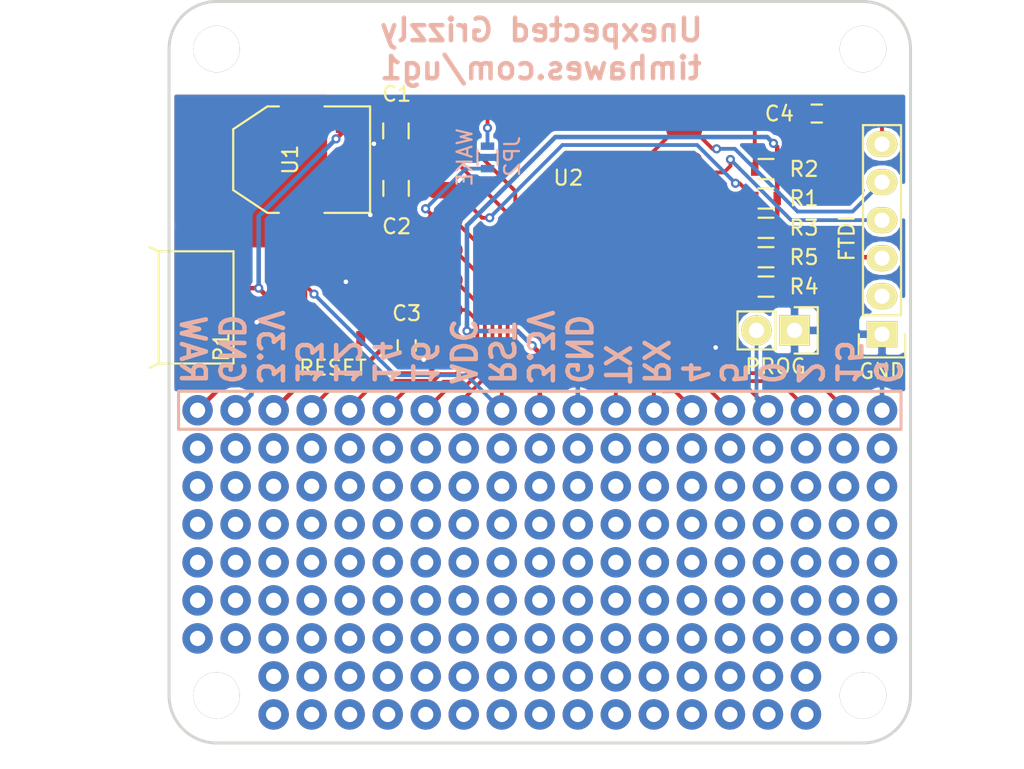
<source format=kicad_pcb>
(kicad_pcb (version 4) (host pcbnew 4.0.0-rc2-1-stable)

  (general
    (links 57)
    (no_connects 0)
    (area 124.994999 79.274999 174.725001 129.005001)
    (thickness 1.6)
    (drawings 20)
    (tracks 297)
    (zones 0)
    (modules 29)
    (nets 20)
  )

  (page A4)
  (layers
    (0 F.Cu signal)
    (31 B.Cu signal)
    (32 B.Adhes user)
    (33 F.Adhes user)
    (34 B.Paste user)
    (35 F.Paste user)
    (36 B.SilkS user)
    (37 F.SilkS user)
    (38 B.Mask user)
    (39 F.Mask user)
    (40 Dwgs.User user)
    (41 Cmts.User user)
    (42 Eco1.User user)
    (43 Eco2.User user)
    (44 Edge.Cuts user)
    (45 Margin user)
    (46 B.CrtYd user)
    (47 F.CrtYd user)
    (48 B.Fab user)
    (49 F.Fab user)
  )

  (setup
    (last_trace_width 0.254)
    (trace_clearance 0.254)
    (zone_clearance 0.254)
    (zone_45_only yes)
    (trace_min 0.1524)
    (segment_width 0.2)
    (edge_width 0.2)
    (via_size 0.6096)
    (via_drill 0.3048)
    (via_min_size 0.6096)
    (via_min_drill 0.3048)
    (uvia_size 0.3)
    (uvia_drill 0.1)
    (uvias_allowed no)
    (uvia_min_size 0.2)
    (uvia_min_drill 0.1)
    (pcb_text_width 0.3)
    (pcb_text_size 1.5 1.5)
    (mod_edge_width 0.15)
    (mod_text_size 1 1)
    (mod_text_width 0.15)
    (pad_size 3.1 3.1)
    (pad_drill 3.1)
    (pad_to_mask_clearance 0)
    (aux_axis_origin 0 0)
    (visible_elements FFFFFF7F)
    (pcbplotparams
      (layerselection 0x010f0_80000001)
      (usegerberextensions true)
      (excludeedgelayer true)
      (linewidth 0.100000)
      (plotframeref false)
      (viasonmask false)
      (mode 1)
      (useauxorigin false)
      (hpglpennumber 1)
      (hpglpenspeed 20)
      (hpglpendiameter 15)
      (hpglpenoverlay 2)
      (psnegative false)
      (psa4output false)
      (plotreference true)
      (plotvalue true)
      (plotinvisibletext false)
      (padsonsilk false)
      (subtractmaskfromsilk false)
      (outputformat 1)
      (mirror false)
      (drillshape 0)
      (scaleselection 1)
      (outputdirectory output))
  )

  (net 0 "")
  (net 1 +5V)
  (net 2 GND)
  (net 3 +3V3)
  (net 4 "Net-(C4-Pad1)")
  (net 5 RESET)
  (net 6 GPIO0)
  (net 7 GPIO16)
  (net 8 TX)
  (net 9 RX)
  (net 10 GPIO4)
  (net 11 GPIO5)
  (net 12 GPIO2)
  (net 13 GPIO15)
  (net 14 GPIO13)
  (net 15 GPIO12)
  (net 16 GPIO14)
  (net 17 ADC)
  (net 18 "Net-(R1-Pad2)")
  (net 19 "Net-(P1-Pad6)")

  (net_class Default "This is the default net class."
    (clearance 0.254)
    (trace_width 0.254)
    (via_dia 0.6096)
    (via_drill 0.3048)
    (uvia_dia 0.3)
    (uvia_drill 0.1)
    (add_net ADC)
    (add_net GPIO0)
    (add_net GPIO12)
    (add_net GPIO13)
    (add_net GPIO14)
    (add_net GPIO15)
    (add_net GPIO16)
    (add_net GPIO2)
    (add_net GPIO4)
    (add_net GPIO5)
    (add_net "Net-(C4-Pad1)")
    (add_net "Net-(P1-Pad6)")
    (add_net "Net-(R1-Pad2)")
    (add_net RESET)
    (add_net RX)
    (add_net TX)
  )

  (net_class Power ""
    (clearance 0.254)
    (trace_width 0.3048)
    (via_dia 0.6096)
    (via_drill 0.3048)
    (uvia_dia 0.3)
    (uvia_drill 0.1)
    (add_net +3V3)
    (add_net +5V)
    (add_net GND)
  )

  (module Capacitors_SMD:C_0805 (layer F.Cu) (tedit 5415D6EA) (tstamp 564132F4)
    (at 140.25 88.02 270)
    (descr "Capacitor SMD 0805, reflow soldering, AVX (see smccp.pdf)")
    (tags "capacitor 0805")
    (path /56414F03)
    (attr smd)
    (fp_text reference C1 (at -2.47 -0.05 360) (layer F.SilkS)
      (effects (font (size 1 1) (thickness 0.15)))
    )
    (fp_text value 10uF (at 0 2.1 270) (layer F.Fab)
      (effects (font (size 1 1) (thickness 0.15)))
    )
    (fp_line (start -1.8 -1) (end 1.8 -1) (layer F.CrtYd) (width 0.05))
    (fp_line (start -1.8 1) (end 1.8 1) (layer F.CrtYd) (width 0.05))
    (fp_line (start -1.8 -1) (end -1.8 1) (layer F.CrtYd) (width 0.05))
    (fp_line (start 1.8 -1) (end 1.8 1) (layer F.CrtYd) (width 0.05))
    (fp_line (start 0.5 -0.85) (end -0.5 -0.85) (layer F.SilkS) (width 0.15))
    (fp_line (start -0.5 0.85) (end 0.5 0.85) (layer F.SilkS) (width 0.15))
    (pad 1 smd rect (at -1 0 270) (size 1 1.25) (layers F.Cu F.Paste F.Mask)
      (net 1 +5V))
    (pad 2 smd rect (at 1 0 270) (size 1 1.25) (layers F.Cu F.Paste F.Mask)
      (net 2 GND))
    (model Capacitors_SMD.3dshapes/C_0805.wrl
      (at (xyz 0 0 0))
      (scale (xyz 1 1 1))
      (rotate (xyz 0 0 0))
    )
  )

  (module Capacitors_SMD:C_0805 (layer F.Cu) (tedit 5415D6EA) (tstamp 564132FA)
    (at 140.26 91.86 270)
    (descr "Capacitor SMD 0805, reflow soldering, AVX (see smccp.pdf)")
    (tags "capacitor 0805")
    (path /56414F61)
    (attr smd)
    (fp_text reference C2 (at 2.54 -0.04 360) (layer F.SilkS)
      (effects (font (size 1 1) (thickness 0.15)))
    )
    (fp_text value 10uF (at 0 2.1 270) (layer F.Fab)
      (effects (font (size 1 1) (thickness 0.15)))
    )
    (fp_line (start -1.8 -1) (end 1.8 -1) (layer F.CrtYd) (width 0.05))
    (fp_line (start -1.8 1) (end 1.8 1) (layer F.CrtYd) (width 0.05))
    (fp_line (start -1.8 -1) (end -1.8 1) (layer F.CrtYd) (width 0.05))
    (fp_line (start 1.8 -1) (end 1.8 1) (layer F.CrtYd) (width 0.05))
    (fp_line (start 0.5 -0.85) (end -0.5 -0.85) (layer F.SilkS) (width 0.15))
    (fp_line (start -0.5 0.85) (end 0.5 0.85) (layer F.SilkS) (width 0.15))
    (pad 1 smd rect (at -1 0 270) (size 1 1.25) (layers F.Cu F.Paste F.Mask)
      (net 3 +3V3))
    (pad 2 smd rect (at 1 0 270) (size 1 1.25) (layers F.Cu F.Paste F.Mask)
      (net 2 GND))
    (model Capacitors_SMD.3dshapes/C_0805.wrl
      (at (xyz 0 0 0))
      (scale (xyz 1 1 1))
      (rotate (xyz 0 0 0))
    )
  )

  (module Capacitors_SMD:C_0603 (layer F.Cu) (tedit 5415D631) (tstamp 56413300)
    (at 140.97 102.35 270)
    (descr "Capacitor SMD 0603, reflow soldering, AVX (see smccp.pdf)")
    (tags "capacitor 0603")
    (path /564122B5)
    (attr smd)
    (fp_text reference C3 (at -2.147 0 360) (layer F.SilkS)
      (effects (font (size 1 1) (thickness 0.15)))
    )
    (fp_text value 0.1uF (at 0 1.9 270) (layer F.Fab)
      (effects (font (size 1 1) (thickness 0.15)))
    )
    (fp_line (start -1.45 -0.75) (end 1.45 -0.75) (layer F.CrtYd) (width 0.05))
    (fp_line (start -1.45 0.75) (end 1.45 0.75) (layer F.CrtYd) (width 0.05))
    (fp_line (start -1.45 -0.75) (end -1.45 0.75) (layer F.CrtYd) (width 0.05))
    (fp_line (start 1.45 -0.75) (end 1.45 0.75) (layer F.CrtYd) (width 0.05))
    (fp_line (start -0.35 -0.6) (end 0.35 -0.6) (layer F.SilkS) (width 0.15))
    (fp_line (start 0.35 0.6) (end -0.35 0.6) (layer F.SilkS) (width 0.15))
    (pad 1 smd rect (at -0.75 0 270) (size 0.8 0.75) (layers F.Cu F.Paste F.Mask)
      (net 3 +3V3))
    (pad 2 smd rect (at 0.75 0 270) (size 0.8 0.75) (layers F.Cu F.Paste F.Mask)
      (net 2 GND))
    (model Capacitors_SMD.3dshapes/C_0603.wrl
      (at (xyz 0 0 0))
      (scale (xyz 1 1 1))
      (rotate (xyz 0 0 0))
    )
  )

  (module Capacitors_SMD:C_0603 (layer F.Cu) (tedit 5415D631) (tstamp 56413306)
    (at 168.36 86.86 180)
    (descr "Capacitor SMD 0603, reflow soldering, AVX (see smccp.pdf)")
    (tags "capacitor 0603")
    (path /56413F13)
    (attr smd)
    (fp_text reference C4 (at 2.498 -0.008 180) (layer F.SilkS)
      (effects (font (size 1 1) (thickness 0.15)))
    )
    (fp_text value 0.1uF (at 0 1.9 180) (layer F.Fab)
      (effects (font (size 1 1) (thickness 0.15)))
    )
    (fp_line (start -1.45 -0.75) (end 1.45 -0.75) (layer F.CrtYd) (width 0.05))
    (fp_line (start -1.45 0.75) (end 1.45 0.75) (layer F.CrtYd) (width 0.05))
    (fp_line (start -1.45 -0.75) (end -1.45 0.75) (layer F.CrtYd) (width 0.05))
    (fp_line (start 1.45 -0.75) (end 1.45 0.75) (layer F.CrtYd) (width 0.05))
    (fp_line (start -0.35 -0.6) (end 0.35 -0.6) (layer F.SilkS) (width 0.15))
    (fp_line (start 0.35 0.6) (end -0.35 0.6) (layer F.SilkS) (width 0.15))
    (pad 1 smd rect (at -0.75 0 180) (size 0.8 0.75) (layers F.Cu F.Paste F.Mask)
      (net 4 "Net-(C4-Pad1)"))
    (pad 2 smd rect (at 0.75 0 180) (size 0.8 0.75) (layers F.Cu F.Paste F.Mask)
      (net 5 RESET))
    (model Capacitors_SMD.3dshapes/C_0603.wrl
      (at (xyz 0 0 0))
      (scale (xyz 1 1 1))
      (rotate (xyz 0 0 0))
    )
  )

  (module Pin_Headers:Pin_Header_Straight_1x02 (layer F.Cu) (tedit 565B47E3) (tstamp 56413313)
    (at 166.878 101.346 270)
    (descr "Through hole pin header")
    (tags "pin header")
    (path /56414B39)
    (fp_text reference JP1 (at 0.086 -2.57 270) (layer F.SilkS) hide
      (effects (font (size 1 1) (thickness 0.15)))
    )
    (fp_text value PROG (at 2.413 1.27 360) (layer F.SilkS)
      (effects (font (size 1 1) (thickness 0.15)))
    )
    (fp_line (start 1.27 1.27) (end 1.27 3.81) (layer F.SilkS) (width 0.15))
    (fp_line (start 1.55 -1.55) (end 1.55 0) (layer F.SilkS) (width 0.15))
    (fp_line (start -1.75 -1.75) (end -1.75 4.3) (layer F.CrtYd) (width 0.05))
    (fp_line (start 1.75 -1.75) (end 1.75 4.3) (layer F.CrtYd) (width 0.05))
    (fp_line (start -1.75 -1.75) (end 1.75 -1.75) (layer F.CrtYd) (width 0.05))
    (fp_line (start -1.75 4.3) (end 1.75 4.3) (layer F.CrtYd) (width 0.05))
    (fp_line (start 1.27 1.27) (end -1.27 1.27) (layer F.SilkS) (width 0.15))
    (fp_line (start -1.55 0) (end -1.55 -1.55) (layer F.SilkS) (width 0.15))
    (fp_line (start -1.55 -1.55) (end 1.55 -1.55) (layer F.SilkS) (width 0.15))
    (fp_line (start -1.27 1.27) (end -1.27 3.81) (layer F.SilkS) (width 0.15))
    (fp_line (start -1.27 3.81) (end 1.27 3.81) (layer F.SilkS) (width 0.15))
    (pad 1 thru_hole rect (at 0 0 270) (size 2.032 2.032) (drill 1.016) (layers *.Cu *.Mask F.SilkS)
      (net 2 GND))
    (pad 2 thru_hole oval (at 0 2.54 270) (size 2.032 2.032) (drill 1.016) (layers *.Cu *.Mask F.SilkS)
      (net 6 GPIO0))
    (model Pin_Headers.3dshapes/Pin_Header_Straight_1x02.wrl
      (at (xyz 0 -0.05 0))
      (scale (xyz 1 1 1))
      (rotate (xyz 0 0 90))
    )
  )

  (module Pin_Headers:Pin_Header_Straight_1x06 (layer F.Cu) (tedit 565B47B6) (tstamp 5641335B)
    (at 172.72 101.6 180)
    (descr "Through hole pin header")
    (tags "pin header")
    (path /5597C01B)
    (fp_text reference P3 (at 0 15.113 180) (layer F.SilkS) hide
      (effects (font (size 1 1) (thickness 0.15)))
    )
    (fp_text value FTDI (at 2.3495 6.4135 270) (layer F.SilkS)
      (effects (font (size 1 1) (thickness 0.15)))
    )
    (fp_line (start -1.75 -1.75) (end -1.75 14.45) (layer F.CrtYd) (width 0.05))
    (fp_line (start 1.75 -1.75) (end 1.75 14.45) (layer F.CrtYd) (width 0.05))
    (fp_line (start -1.75 -1.75) (end 1.75 -1.75) (layer F.CrtYd) (width 0.05))
    (fp_line (start -1.75 14.45) (end 1.75 14.45) (layer F.CrtYd) (width 0.05))
    (fp_line (start 1.27 1.27) (end 1.27 13.97) (layer F.SilkS) (width 0.15))
    (fp_line (start 1.27 13.97) (end -1.27 13.97) (layer F.SilkS) (width 0.15))
    (fp_line (start -1.27 13.97) (end -1.27 1.27) (layer F.SilkS) (width 0.15))
    (fp_line (start 1.55 -1.55) (end 1.55 0) (layer F.SilkS) (width 0.15))
    (fp_line (start 1.27 1.27) (end -1.27 1.27) (layer F.SilkS) (width 0.15))
    (fp_line (start -1.55 0) (end -1.55 -1.55) (layer F.SilkS) (width 0.15))
    (fp_line (start -1.55 -1.55) (end 1.55 -1.55) (layer F.SilkS) (width 0.15))
    (pad 1 thru_hole rect (at 0 0 180) (size 2.032 1.7272) (drill 1.016) (layers *.Cu *.Mask F.SilkS)
      (net 2 GND))
    (pad 2 thru_hole oval (at 0 2.54 180) (size 2.032 1.7272) (drill 1.016) (layers *.Cu *.Mask F.SilkS))
    (pad 3 thru_hole oval (at 0 5.08 180) (size 2.032 1.7272) (drill 1.016) (layers *.Cu *.Mask F.SilkS)
      (net 3 +3V3))
    (pad 4 thru_hole oval (at 0 7.62 180) (size 2.032 1.7272) (drill 1.016) (layers *.Cu *.Mask F.SilkS)
      (net 9 RX))
    (pad 5 thru_hole oval (at 0 10.16 180) (size 2.032 1.7272) (drill 1.016) (layers *.Cu *.Mask F.SilkS)
      (net 8 TX))
    (pad 6 thru_hole oval (at 0 12.7 180) (size 2.032 1.7272) (drill 1.016) (layers *.Cu *.Mask F.SilkS)
      (net 4 "Net-(C4-Pad1)"))
    (model Pin_Headers.3dshapes/Pin_Header_Straight_1x06.wrl
      (at (xyz 0 -0.25 0))
      (scale (xyz 1 1 1))
      (rotate (xyz 0 0 90))
    )
  )

  (module Resistors_SMD:R_0603 (layer F.Cu) (tedit 5415CC62) (tstamp 56413361)
    (at 164.97 92.5325 180)
    (descr "Resistor SMD 0603, reflow soldering, Vishay (see dcrcw.pdf)")
    (tags "resistor 0603")
    (path /56412913)
    (attr smd)
    (fp_text reference R1 (at -2.54 0 180) (layer F.SilkS)
      (effects (font (size 1 1) (thickness 0.15)))
    )
    (fp_text value 10K (at 2.54 0 180) (layer F.Fab)
      (effects (font (size 1 1) (thickness 0.15)))
    )
    (fp_line (start -1.3 -0.8) (end 1.3 -0.8) (layer F.CrtYd) (width 0.05))
    (fp_line (start -1.3 0.8) (end 1.3 0.8) (layer F.CrtYd) (width 0.05))
    (fp_line (start -1.3 -0.8) (end -1.3 0.8) (layer F.CrtYd) (width 0.05))
    (fp_line (start 1.3 -0.8) (end 1.3 0.8) (layer F.CrtYd) (width 0.05))
    (fp_line (start 0.5 0.675) (end -0.5 0.675) (layer F.SilkS) (width 0.15))
    (fp_line (start -0.5 -0.675) (end 0.5 -0.675) (layer F.SilkS) (width 0.15))
    (pad 1 smd rect (at -0.75 0 180) (size 0.5 0.9) (layers F.Cu F.Paste F.Mask)
      (net 3 +3V3))
    (pad 2 smd rect (at 0.75 0 180) (size 0.5 0.9) (layers F.Cu F.Paste F.Mask)
      (net 18 "Net-(R1-Pad2)"))
    (model Resistors_SMD.3dshapes/R_0603.wrl
      (at (xyz 0 0 0))
      (scale (xyz 1 1 1))
      (rotate (xyz 0 0 0))
    )
  )

  (module Resistors_SMD:R_0603 (layer F.Cu) (tedit 5415CC62) (tstamp 56413367)
    (at 164.97 90.57 180)
    (descr "Resistor SMD 0603, reflow soldering, Vishay (see dcrcw.pdf)")
    (tags "resistor 0603")
    (path /56412C75)
    (attr smd)
    (fp_text reference R2 (at -2.54 0 180) (layer F.SilkS)
      (effects (font (size 1 1) (thickness 0.15)))
    )
    (fp_text value 10K (at 2.54 0 180) (layer F.Fab)
      (effects (font (size 1 1) (thickness 0.15)))
    )
    (fp_line (start -1.3 -0.8) (end 1.3 -0.8) (layer F.CrtYd) (width 0.05))
    (fp_line (start -1.3 0.8) (end 1.3 0.8) (layer F.CrtYd) (width 0.05))
    (fp_line (start -1.3 -0.8) (end -1.3 0.8) (layer F.CrtYd) (width 0.05))
    (fp_line (start 1.3 -0.8) (end 1.3 0.8) (layer F.CrtYd) (width 0.05))
    (fp_line (start 0.5 0.675) (end -0.5 0.675) (layer F.SilkS) (width 0.15))
    (fp_line (start -0.5 -0.675) (end 0.5 -0.675) (layer F.SilkS) (width 0.15))
    (pad 1 smd rect (at -0.75 0 180) (size 0.5 0.9) (layers F.Cu F.Paste F.Mask)
      (net 3 +3V3))
    (pad 2 smd rect (at 0.75 0 180) (size 0.5 0.9) (layers F.Cu F.Paste F.Mask)
      (net 5 RESET))
    (model Resistors_SMD.3dshapes/R_0603.wrl
      (at (xyz 0 0 0))
      (scale (xyz 1 1 1))
      (rotate (xyz 0 0 0))
    )
  )

  (module Resistors_SMD:R_0603 (layer F.Cu) (tedit 5415CC62) (tstamp 5641336D)
    (at 164.97 94.495 180)
    (descr "Resistor SMD 0603, reflow soldering, Vishay (see dcrcw.pdf)")
    (tags "resistor 0603")
    (path /56413506)
    (attr smd)
    (fp_text reference R3 (at -2.54 0 180) (layer F.SilkS)
      (effects (font (size 1 1) (thickness 0.15)))
    )
    (fp_text value 10K (at 2.54 0 180) (layer F.Fab)
      (effects (font (size 1 1) (thickness 0.15)))
    )
    (fp_line (start -1.3 -0.8) (end 1.3 -0.8) (layer F.CrtYd) (width 0.05))
    (fp_line (start -1.3 0.8) (end 1.3 0.8) (layer F.CrtYd) (width 0.05))
    (fp_line (start -1.3 -0.8) (end -1.3 0.8) (layer F.CrtYd) (width 0.05))
    (fp_line (start 1.3 -0.8) (end 1.3 0.8) (layer F.CrtYd) (width 0.05))
    (fp_line (start 0.5 0.675) (end -0.5 0.675) (layer F.SilkS) (width 0.15))
    (fp_line (start -0.5 -0.675) (end 0.5 -0.675) (layer F.SilkS) (width 0.15))
    (pad 1 smd rect (at -0.75 0 180) (size 0.5 0.9) (layers F.Cu F.Paste F.Mask)
      (net 3 +3V3))
    (pad 2 smd rect (at 0.75 0 180) (size 0.5 0.9) (layers F.Cu F.Paste F.Mask)
      (net 6 GPIO0))
    (model Resistors_SMD.3dshapes/R_0603.wrl
      (at (xyz 0 0 0))
      (scale (xyz 1 1 1))
      (rotate (xyz 0 0 0))
    )
  )

  (module Resistors_SMD:R_0603 (layer F.Cu) (tedit 5415CC62) (tstamp 56413373)
    (at 164.97 98.42 180)
    (descr "Resistor SMD 0603, reflow soldering, Vishay (see dcrcw.pdf)")
    (tags "resistor 0603")
    (path /56412B8C)
    (attr smd)
    (fp_text reference R4 (at -2.54 0 180) (layer F.SilkS)
      (effects (font (size 1 1) (thickness 0.15)))
    )
    (fp_text value 10K (at 2.54 0 180) (layer F.Fab)
      (effects (font (size 1 1) (thickness 0.15)))
    )
    (fp_line (start -1.3 -0.8) (end 1.3 -0.8) (layer F.CrtYd) (width 0.05))
    (fp_line (start -1.3 0.8) (end 1.3 0.8) (layer F.CrtYd) (width 0.05))
    (fp_line (start -1.3 -0.8) (end -1.3 0.8) (layer F.CrtYd) (width 0.05))
    (fp_line (start 1.3 -0.8) (end 1.3 0.8) (layer F.CrtYd) (width 0.05))
    (fp_line (start 0.5 0.675) (end -0.5 0.675) (layer F.SilkS) (width 0.15))
    (fp_line (start -0.5 -0.675) (end 0.5 -0.675) (layer F.SilkS) (width 0.15))
    (pad 1 smd rect (at -0.75 0 180) (size 0.5 0.9) (layers F.Cu F.Paste F.Mask)
      (net 2 GND))
    (pad 2 smd rect (at 0.75 0 180) (size 0.5 0.9) (layers F.Cu F.Paste F.Mask)
      (net 13 GPIO15))
    (model Resistors_SMD.3dshapes/R_0603.wrl
      (at (xyz 0 0 0))
      (scale (xyz 1 1 1))
      (rotate (xyz 0 0 0))
    )
  )

  (module Resistors_SMD:R_0603 (layer F.Cu) (tedit 5415CC62) (tstamp 56413379)
    (at 164.97 96.4575 180)
    (descr "Resistor SMD 0603, reflow soldering, Vishay (see dcrcw.pdf)")
    (tags "resistor 0603")
    (path /5641357E)
    (attr smd)
    (fp_text reference R5 (at -2.54 0 180) (layer F.SilkS)
      (effects (font (size 1 1) (thickness 0.15)))
    )
    (fp_text value 10K (at 2.54 0 180) (layer F.Fab)
      (effects (font (size 1 1) (thickness 0.15)))
    )
    (fp_line (start -1.3 -0.8) (end 1.3 -0.8) (layer F.CrtYd) (width 0.05))
    (fp_line (start -1.3 0.8) (end 1.3 0.8) (layer F.CrtYd) (width 0.05))
    (fp_line (start -1.3 -0.8) (end -1.3 0.8) (layer F.CrtYd) (width 0.05))
    (fp_line (start 1.3 -0.8) (end 1.3 0.8) (layer F.CrtYd) (width 0.05))
    (fp_line (start 0.5 0.675) (end -0.5 0.675) (layer F.SilkS) (width 0.15))
    (fp_line (start -0.5 -0.675) (end 0.5 -0.675) (layer F.SilkS) (width 0.15))
    (pad 1 smd rect (at -0.75 0 180) (size 0.5 0.9) (layers F.Cu F.Paste F.Mask)
      (net 3 +3V3))
    (pad 2 smd rect (at 0.75 0 180) (size 0.5 0.9) (layers F.Cu F.Paste F.Mask)
      (net 12 GPIO2))
    (model Resistors_SMD.3dshapes/R_0603.wrl
      (at (xyz 0 0 0))
      (scale (xyz 1 1 1))
      (rotate (xyz 0 0 0))
    )
  )

  (module timhawes:EVQPT5 (layer F.Cu) (tedit 5658688A) (tstamp 56413383)
    (at 136.05 99.69)
    (path /5597C09E)
    (fp_text reference SW1 (at 0.1 0.09) (layer F.SilkS) hide
      (effects (font (size 1.5 1.5) (thickness 0.15)))
    )
    (fp_text value RESET (at -0.01 4.15) (layer F.SilkS)
      (effects (font (size 1 1) (thickness 0.15)))
    )
    (pad 1 smd rect (at -1.85 -2.2) (size 0.6 1) (layers F.Cu F.Paste F.Mask)
      (net 5 RESET))
    (pad 2 smd rect (at 1.85 -2.2) (size 0.6 1) (layers F.Cu F.Paste F.Mask)
      (net 2 GND))
    (pad 1 smd rect (at -1.85 2.2) (size 0.6 1) (layers F.Cu F.Paste F.Mask)
      (net 5 RESET))
    (pad 2 smd rect (at 1.85 2.2) (size 0.6 1) (layers F.Cu F.Paste F.Mask)
      (net 2 GND))
    (pad "" smd rect (at -2.525 0) (size 0.45 1) (layers F.Cu F.Paste F.Mask))
    (pad "" smd rect (at 2.525 0) (size 0.45 1) (layers F.Cu F.Paste F.Mask))
  )

  (module TO_SOT_Packages_SMD:SOT-223 (layer F.Cu) (tedit 56586BFF) (tstamp 5641338B)
    (at 133.952 89.94 90)
    (descr "module CMS SOT223 4 pins")
    (tags "CMS SOT")
    (path /56414E28)
    (attr smd)
    (fp_text reference U1 (at 0 -0.762 90) (layer F.SilkS)
      (effects (font (size 1 1) (thickness 0.15)))
    )
    (fp_text value NCP1117ST33T3G (at 0 0.762 270) (layer F.Fab)
      (effects (font (size 1 1) (thickness 0.15)))
    )
    (fp_line (start -3.556 1.524) (end -3.556 4.572) (layer F.SilkS) (width 0.15))
    (fp_line (start -3.556 4.572) (end 3.556 4.572) (layer F.SilkS) (width 0.15))
    (fp_line (start 3.556 4.572) (end 3.556 1.524) (layer F.SilkS) (width 0.15))
    (fp_line (start -3.556 -1.524) (end -3.556 -2.286) (layer F.SilkS) (width 0.15))
    (fp_line (start -3.556 -2.286) (end -2.032 -4.572) (layer F.SilkS) (width 0.15))
    (fp_line (start -2.032 -4.572) (end 2.032 -4.572) (layer F.SilkS) (width 0.15))
    (fp_line (start 2.032 -4.572) (end 3.556 -2.286) (layer F.SilkS) (width 0.15))
    (fp_line (start 3.556 -2.286) (end 3.556 -1.524) (layer F.SilkS) (width 0.15))
    (pad 4 smd rect (at 0 -3.302 90) (size 3.6576 2.032) (layers F.Cu F.Paste F.Mask)
      (net 3 +3V3))
    (pad 2 smd rect (at 0 3.302 90) (size 1.016 2.032) (layers F.Cu F.Paste F.Mask)
      (net 3 +3V3))
    (pad 3 smd rect (at 2.286 3.302 90) (size 1.016 2.032) (layers F.Cu F.Paste F.Mask)
      (net 1 +5V))
    (pad 1 smd rect (at -2.286 3.302 90) (size 1.016 2.032) (layers F.Cu F.Paste F.Mask)
      (net 2 GND))
    (model TO_SOT_Packages_SMD.3dshapes/SOT-223.wrl
      (at (xyz 0 0 0))
      (scale (xyz 0.4 0.4 0.4))
      (rotate (xyz 0 0 0))
    )
  )

  (module timhawes:ESP-12 (layer F.Cu) (tedit 563FD035) (tstamp 5641339F)
    (at 143.51 87.98)
    (descr "Module, ESP-8266, ESP-12, 16 pad, SMD")
    (tags "Module ESP-8266 ESP8266")
    (path /56411FF4)
    (fp_text reference U2 (at 8.255 3.175) (layer F.SilkS)
      (effects (font (size 1 1) (thickness 0.15)))
    )
    (fp_text value ESP-12 (at 8 1) (layer F.Fab)
      (effects (font (size 1 1) (thickness 0.15)))
    )
    (fp_line (start 16 -8.4) (end 0 -2.6) (layer F.CrtYd) (width 0.1524))
    (fp_line (start 0 -8.4) (end 16 -2.6) (layer F.CrtYd) (width 0.1524))
    (fp_text user "No Copper" (at 7.9 -5.4) (layer F.CrtYd)
      (effects (font (size 1 1) (thickness 0.15)))
    )
    (fp_line (start 0 -8.4) (end 0 -2.6) (layer F.CrtYd) (width 0.1524))
    (fp_line (start 0 -2.6) (end 16 -2.6) (layer F.CrtYd) (width 0.1524))
    (fp_line (start 16 -2.6) (end 16 -8.4) (layer F.CrtYd) (width 0.1524))
    (fp_line (start 16 -8.4) (end 0 -8.4) (layer F.CrtYd) (width 0.1524))
    (fp_line (start 16 -8.4) (end 16 15.6) (layer F.Fab) (width 0.1524))
    (fp_line (start 16 15.6) (end 0 15.6) (layer F.Fab) (width 0.1524))
    (fp_line (start 0 15.6) (end 0 -8.4) (layer F.Fab) (width 0.1524))
    (fp_line (start 0 -8.4) (end 16 -8.4) (layer F.Fab) (width 0.1524))
    (pad 1 smd rect (at 0 0) (size 2.4 1.1) (layers F.Cu F.Paste F.Mask)
      (net 5 RESET))
    (pad 2 smd oval (at 0 2) (size 2.4 1.1) (layers F.Cu F.Paste F.Mask)
      (net 17 ADC))
    (pad 3 smd oval (at 0 4) (size 2.4 1.1) (layers F.Cu F.Paste F.Mask)
      (net 18 "Net-(R1-Pad2)"))
    (pad 4 smd oval (at 0 6) (size 2.4 1.1) (layers F.Cu F.Paste F.Mask)
      (net 7 GPIO16))
    (pad 5 smd oval (at 0 8) (size 2.4 1.1) (layers F.Cu F.Paste F.Mask)
      (net 16 GPIO14))
    (pad 6 smd oval (at 0 10) (size 2.4 1.1) (layers F.Cu F.Paste F.Mask)
      (net 15 GPIO12))
    (pad 7 smd oval (at 0 12) (size 2.4 1.1) (layers F.Cu F.Paste F.Mask)
      (net 14 GPIO13))
    (pad 8 smd oval (at 0 14) (size 2.4 1.1) (layers F.Cu F.Paste F.Mask)
      (net 3 +3V3))
    (pad 9 smd oval (at 16 14) (size 2.4 1.1) (layers F.Cu F.Paste F.Mask)
      (net 2 GND))
    (pad 10 smd oval (at 16 12) (size 2.4 1.1) (layers F.Cu F.Paste F.Mask)
      (net 13 GPIO15))
    (pad 11 smd oval (at 16 10) (size 2.4 1.1) (layers F.Cu F.Paste F.Mask)
      (net 12 GPIO2))
    (pad 12 smd oval (at 16 8) (size 2.4 1.1) (layers F.Cu F.Paste F.Mask)
      (net 6 GPIO0))
    (pad 13 smd oval (at 16 6) (size 2.4 1.1) (layers F.Cu F.Paste F.Mask)
      (net 11 GPIO5))
    (pad 14 smd oval (at 16 4) (size 2.4 1.1) (layers F.Cu F.Paste F.Mask)
      (net 10 GPIO4))
    (pad 15 smd oval (at 16 2) (size 2.4 1.1) (layers F.Cu F.Paste F.Mask)
      (net 9 RX))
    (pad 16 smd oval (at 16 0) (size 2.4 1.1) (layers F.Cu F.Paste F.Mask)
      (net 8 TX))
  )

  (module Resistors_SMD:R_0603 (layer B.Cu) (tedit 5658637C) (tstamp 5650693E)
    (at 146.3675 89.789 90)
    (descr "Resistor SMD 0603, reflow soldering, Vishay (see dcrcw.pdf)")
    (tags "resistor 0603")
    (path /5597C0FB)
    (attr smd)
    (fp_text reference JP2 (at 0.0635 1.651 90) (layer B.SilkS)
      (effects (font (size 1 1) (thickness 0.15)) (justify mirror))
    )
    (fp_text value WAKE (at 0 -1.524 90) (layer B.SilkS)
      (effects (font (size 1 1) (thickness 0.15)) (justify mirror))
    )
    (fp_line (start -1.3 0.8) (end 1.3 0.8) (layer B.CrtYd) (width 0.05))
    (fp_line (start -1.3 -0.8) (end 1.3 -0.8) (layer B.CrtYd) (width 0.05))
    (fp_line (start -1.3 0.8) (end -1.3 -0.8) (layer B.CrtYd) (width 0.05))
    (fp_line (start 1.3 0.8) (end 1.3 -0.8) (layer B.CrtYd) (width 0.05))
    (fp_line (start 0.5 -0.675) (end -0.5 -0.675) (layer B.SilkS) (width 0.15))
    (fp_line (start -0.5 0.675) (end 0.5 0.675) (layer B.SilkS) (width 0.15))
    (pad 1 smd rect (at -0.75 0 90) (size 0.5 0.9) (layers B.Cu B.Paste B.Mask)
      (net 7 GPIO16))
    (pad 2 smd rect (at 0.75 0 90) (size 0.5 0.9) (layers B.Cu B.Paste B.Mask)
      (net 5 RESET))
    (model Resistors_SMD.3dshapes/R_0603.wrl
      (at (xyz 0 0 0))
      (scale (xyz 1 1 1))
      (rotate (xyz 0 0 0))
    )
  )

  (module timhawes:Matrix_Row_19 (layer F.Cu) (tedit 5658443D) (tstamp 5661E7CA)
    (at 149.86 109.22)
    (fp_text reference REF** (at 26.67 0) (layer F.SilkS) hide
      (effects (font (size 1 1) (thickness 0.15)))
    )
    (fp_text value Matrix_Row_19 (at -30.48 0) (layer F.Fab)
      (effects (font (size 1 1) (thickness 0.15)))
    )
    (pad 1 thru_hole circle (at -22.86 0) (size 2.032 2.032) (drill 1.016) (layers *.Cu *.Mask))
    (pad 2 thru_hole circle (at -20.32 0) (size 2.032 2.032) (drill 1.016) (layers *.Cu *.Mask))
    (pad 3 thru_hole circle (at -17.78 0) (size 2.032 2.032) (drill 1.016) (layers *.Cu *.Mask))
    (pad 4 thru_hole circle (at -15.24 0) (size 2.032 2.032) (drill 1.016) (layers *.Cu *.Mask))
    (pad 5 thru_hole circle (at -12.7 0) (size 2.032 2.032) (drill 1.016) (layers *.Cu *.Mask))
    (pad 6 thru_hole circle (at -10.16 0) (size 2.032 2.032) (drill 1.016) (layers *.Cu *.Mask))
    (pad 7 thru_hole circle (at -7.62 0) (size 2.032 2.032) (drill 1.016) (layers *.Cu *.Mask))
    (pad 8 thru_hole circle (at -5.08 0) (size 2.032 2.032) (drill 1.016) (layers *.Cu *.Mask))
    (pad 9 thru_hole circle (at -2.54 0) (size 2.032 2.032) (drill 1.016) (layers *.Cu *.Mask))
    (pad 10 thru_hole circle (at 0 0) (size 2.032 2.032) (drill 1.016) (layers *.Cu *.Mask))
    (pad 11 thru_hole circle (at 2.54 0) (size 2.032 2.032) (drill 1.016) (layers *.Cu *.Mask))
    (pad 12 thru_hole circle (at 5.08 0) (size 2.032 2.032) (drill 1.016) (layers *.Cu *.Mask))
    (pad 13 thru_hole circle (at 7.62 0) (size 2.032 2.032) (drill 1.016) (layers *.Cu *.Mask))
    (pad 14 thru_hole circle (at 10.16 0) (size 2.032 2.032) (drill 1.016) (layers *.Cu *.Mask))
    (pad 15 thru_hole circle (at 12.7 0) (size 2.032 2.032) (drill 1.016) (layers *.Cu *.Mask))
    (pad 16 thru_hole circle (at 15.24 0) (size 2.032 2.032) (drill 1.016) (layers *.Cu *.Mask))
    (pad 17 thru_hole circle (at 17.78 0) (size 2.032 2.032) (drill 1.016) (layers *.Cu *.Mask))
    (pad 18 thru_hole circle (at 20.32 0) (size 2.032 2.032) (drill 1.016) (layers *.Cu *.Mask))
    (pad 19 thru_hole circle (at 22.86 0) (size 2.032 2.032) (drill 1.016) (layers *.Cu *.Mask))
  )

  (module timhawes:Matrix_Row_19 (layer F.Cu) (tedit 5658443D) (tstamp 5661E7E3)
    (at 149.86 111.76)
    (fp_text reference REF** (at 26.67 0) (layer F.SilkS) hide
      (effects (font (size 1 1) (thickness 0.15)))
    )
    (fp_text value Matrix_Row_19 (at -30.48 0) (layer F.Fab)
      (effects (font (size 1 1) (thickness 0.15)))
    )
    (pad 1 thru_hole circle (at -22.86 0) (size 2.032 2.032) (drill 1.016) (layers *.Cu *.Mask))
    (pad 2 thru_hole circle (at -20.32 0) (size 2.032 2.032) (drill 1.016) (layers *.Cu *.Mask))
    (pad 3 thru_hole circle (at -17.78 0) (size 2.032 2.032) (drill 1.016) (layers *.Cu *.Mask))
    (pad 4 thru_hole circle (at -15.24 0) (size 2.032 2.032) (drill 1.016) (layers *.Cu *.Mask))
    (pad 5 thru_hole circle (at -12.7 0) (size 2.032 2.032) (drill 1.016) (layers *.Cu *.Mask))
    (pad 6 thru_hole circle (at -10.16 0) (size 2.032 2.032) (drill 1.016) (layers *.Cu *.Mask))
    (pad 7 thru_hole circle (at -7.62 0) (size 2.032 2.032) (drill 1.016) (layers *.Cu *.Mask))
    (pad 8 thru_hole circle (at -5.08 0) (size 2.032 2.032) (drill 1.016) (layers *.Cu *.Mask))
    (pad 9 thru_hole circle (at -2.54 0) (size 2.032 2.032) (drill 1.016) (layers *.Cu *.Mask))
    (pad 10 thru_hole circle (at 0 0) (size 2.032 2.032) (drill 1.016) (layers *.Cu *.Mask))
    (pad 11 thru_hole circle (at 2.54 0) (size 2.032 2.032) (drill 1.016) (layers *.Cu *.Mask))
    (pad 12 thru_hole circle (at 5.08 0) (size 2.032 2.032) (drill 1.016) (layers *.Cu *.Mask))
    (pad 13 thru_hole circle (at 7.62 0) (size 2.032 2.032) (drill 1.016) (layers *.Cu *.Mask))
    (pad 14 thru_hole circle (at 10.16 0) (size 2.032 2.032) (drill 1.016) (layers *.Cu *.Mask))
    (pad 15 thru_hole circle (at 12.7 0) (size 2.032 2.032) (drill 1.016) (layers *.Cu *.Mask))
    (pad 16 thru_hole circle (at 15.24 0) (size 2.032 2.032) (drill 1.016) (layers *.Cu *.Mask))
    (pad 17 thru_hole circle (at 17.78 0) (size 2.032 2.032) (drill 1.016) (layers *.Cu *.Mask))
    (pad 18 thru_hole circle (at 20.32 0) (size 2.032 2.032) (drill 1.016) (layers *.Cu *.Mask))
    (pad 19 thru_hole circle (at 22.86 0) (size 2.032 2.032) (drill 1.016) (layers *.Cu *.Mask))
  )

  (module timhawes:Matrix_Row_19 (layer F.Cu) (tedit 5658443D) (tstamp 5661E7F9)
    (at 149.86 114.3)
    (fp_text reference REF** (at 26.67 0) (layer F.SilkS) hide
      (effects (font (size 1 1) (thickness 0.15)))
    )
    (fp_text value Matrix_Row_19 (at -30.48 0) (layer F.Fab)
      (effects (font (size 1 1) (thickness 0.15)))
    )
    (pad 1 thru_hole circle (at -22.86 0) (size 2.032 2.032) (drill 1.016) (layers *.Cu *.Mask))
    (pad 2 thru_hole circle (at -20.32 0) (size 2.032 2.032) (drill 1.016) (layers *.Cu *.Mask))
    (pad 3 thru_hole circle (at -17.78 0) (size 2.032 2.032) (drill 1.016) (layers *.Cu *.Mask))
    (pad 4 thru_hole circle (at -15.24 0) (size 2.032 2.032) (drill 1.016) (layers *.Cu *.Mask))
    (pad 5 thru_hole circle (at -12.7 0) (size 2.032 2.032) (drill 1.016) (layers *.Cu *.Mask))
    (pad 6 thru_hole circle (at -10.16 0) (size 2.032 2.032) (drill 1.016) (layers *.Cu *.Mask))
    (pad 7 thru_hole circle (at -7.62 0) (size 2.032 2.032) (drill 1.016) (layers *.Cu *.Mask))
    (pad 8 thru_hole circle (at -5.08 0) (size 2.032 2.032) (drill 1.016) (layers *.Cu *.Mask))
    (pad 9 thru_hole circle (at -2.54 0) (size 2.032 2.032) (drill 1.016) (layers *.Cu *.Mask))
    (pad 10 thru_hole circle (at 0 0) (size 2.032 2.032) (drill 1.016) (layers *.Cu *.Mask))
    (pad 11 thru_hole circle (at 2.54 0) (size 2.032 2.032) (drill 1.016) (layers *.Cu *.Mask))
    (pad 12 thru_hole circle (at 5.08 0) (size 2.032 2.032) (drill 1.016) (layers *.Cu *.Mask))
    (pad 13 thru_hole circle (at 7.62 0) (size 2.032 2.032) (drill 1.016) (layers *.Cu *.Mask))
    (pad 14 thru_hole circle (at 10.16 0) (size 2.032 2.032) (drill 1.016) (layers *.Cu *.Mask))
    (pad 15 thru_hole circle (at 12.7 0) (size 2.032 2.032) (drill 1.016) (layers *.Cu *.Mask))
    (pad 16 thru_hole circle (at 15.24 0) (size 2.032 2.032) (drill 1.016) (layers *.Cu *.Mask))
    (pad 17 thru_hole circle (at 17.78 0) (size 2.032 2.032) (drill 1.016) (layers *.Cu *.Mask))
    (pad 18 thru_hole circle (at 20.32 0) (size 2.032 2.032) (drill 1.016) (layers *.Cu *.Mask))
    (pad 19 thru_hole circle (at 22.86 0) (size 2.032 2.032) (drill 1.016) (layers *.Cu *.Mask))
  )

  (module timhawes:Matrix_Row_19 (layer F.Cu) (tedit 5658443D) (tstamp 5661E80F)
    (at 149.86 116.84)
    (fp_text reference REF** (at 26.67 0) (layer F.SilkS) hide
      (effects (font (size 1 1) (thickness 0.15)))
    )
    (fp_text value Matrix_Row_19 (at -30.48 0) (layer F.Fab)
      (effects (font (size 1 1) (thickness 0.15)))
    )
    (pad 1 thru_hole circle (at -22.86 0) (size 2.032 2.032) (drill 1.016) (layers *.Cu *.Mask))
    (pad 2 thru_hole circle (at -20.32 0) (size 2.032 2.032) (drill 1.016) (layers *.Cu *.Mask))
    (pad 3 thru_hole circle (at -17.78 0) (size 2.032 2.032) (drill 1.016) (layers *.Cu *.Mask))
    (pad 4 thru_hole circle (at -15.24 0) (size 2.032 2.032) (drill 1.016) (layers *.Cu *.Mask))
    (pad 5 thru_hole circle (at -12.7 0) (size 2.032 2.032) (drill 1.016) (layers *.Cu *.Mask))
    (pad 6 thru_hole circle (at -10.16 0) (size 2.032 2.032) (drill 1.016) (layers *.Cu *.Mask))
    (pad 7 thru_hole circle (at -7.62 0) (size 2.032 2.032) (drill 1.016) (layers *.Cu *.Mask))
    (pad 8 thru_hole circle (at -5.08 0) (size 2.032 2.032) (drill 1.016) (layers *.Cu *.Mask))
    (pad 9 thru_hole circle (at -2.54 0) (size 2.032 2.032) (drill 1.016) (layers *.Cu *.Mask))
    (pad 10 thru_hole circle (at 0 0) (size 2.032 2.032) (drill 1.016) (layers *.Cu *.Mask))
    (pad 11 thru_hole circle (at 2.54 0) (size 2.032 2.032) (drill 1.016) (layers *.Cu *.Mask))
    (pad 12 thru_hole circle (at 5.08 0) (size 2.032 2.032) (drill 1.016) (layers *.Cu *.Mask))
    (pad 13 thru_hole circle (at 7.62 0) (size 2.032 2.032) (drill 1.016) (layers *.Cu *.Mask))
    (pad 14 thru_hole circle (at 10.16 0) (size 2.032 2.032) (drill 1.016) (layers *.Cu *.Mask))
    (pad 15 thru_hole circle (at 12.7 0) (size 2.032 2.032) (drill 1.016) (layers *.Cu *.Mask))
    (pad 16 thru_hole circle (at 15.24 0) (size 2.032 2.032) (drill 1.016) (layers *.Cu *.Mask))
    (pad 17 thru_hole circle (at 17.78 0) (size 2.032 2.032) (drill 1.016) (layers *.Cu *.Mask))
    (pad 18 thru_hole circle (at 20.32 0) (size 2.032 2.032) (drill 1.016) (layers *.Cu *.Mask))
    (pad 19 thru_hole circle (at 22.86 0) (size 2.032 2.032) (drill 1.016) (layers *.Cu *.Mask))
  )

  (module timhawes:Matrix_Row_19 (layer F.Cu) (tedit 5658443D) (tstamp 5661E825)
    (at 149.86 119.38)
    (fp_text reference REF** (at 26.67 0) (layer F.SilkS) hide
      (effects (font (size 1 1) (thickness 0.15)))
    )
    (fp_text value Matrix_Row_19 (at -30.48 0) (layer F.Fab)
      (effects (font (size 1 1) (thickness 0.15)))
    )
    (pad 1 thru_hole circle (at -22.86 0) (size 2.032 2.032) (drill 1.016) (layers *.Cu *.Mask))
    (pad 2 thru_hole circle (at -20.32 0) (size 2.032 2.032) (drill 1.016) (layers *.Cu *.Mask))
    (pad 3 thru_hole circle (at -17.78 0) (size 2.032 2.032) (drill 1.016) (layers *.Cu *.Mask))
    (pad 4 thru_hole circle (at -15.24 0) (size 2.032 2.032) (drill 1.016) (layers *.Cu *.Mask))
    (pad 5 thru_hole circle (at -12.7 0) (size 2.032 2.032) (drill 1.016) (layers *.Cu *.Mask))
    (pad 6 thru_hole circle (at -10.16 0) (size 2.032 2.032) (drill 1.016) (layers *.Cu *.Mask))
    (pad 7 thru_hole circle (at -7.62 0) (size 2.032 2.032) (drill 1.016) (layers *.Cu *.Mask))
    (pad 8 thru_hole circle (at -5.08 0) (size 2.032 2.032) (drill 1.016) (layers *.Cu *.Mask))
    (pad 9 thru_hole circle (at -2.54 0) (size 2.032 2.032) (drill 1.016) (layers *.Cu *.Mask))
    (pad 10 thru_hole circle (at 0 0) (size 2.032 2.032) (drill 1.016) (layers *.Cu *.Mask))
    (pad 11 thru_hole circle (at 2.54 0) (size 2.032 2.032) (drill 1.016) (layers *.Cu *.Mask))
    (pad 12 thru_hole circle (at 5.08 0) (size 2.032 2.032) (drill 1.016) (layers *.Cu *.Mask))
    (pad 13 thru_hole circle (at 7.62 0) (size 2.032 2.032) (drill 1.016) (layers *.Cu *.Mask))
    (pad 14 thru_hole circle (at 10.16 0) (size 2.032 2.032) (drill 1.016) (layers *.Cu *.Mask))
    (pad 15 thru_hole circle (at 12.7 0) (size 2.032 2.032) (drill 1.016) (layers *.Cu *.Mask))
    (pad 16 thru_hole circle (at 15.24 0) (size 2.032 2.032) (drill 1.016) (layers *.Cu *.Mask))
    (pad 17 thru_hole circle (at 17.78 0) (size 2.032 2.032) (drill 1.016) (layers *.Cu *.Mask))
    (pad 18 thru_hole circle (at 20.32 0) (size 2.032 2.032) (drill 1.016) (layers *.Cu *.Mask))
    (pad 19 thru_hole circle (at 22.86 0) (size 2.032 2.032) (drill 1.016) (layers *.Cu *.Mask))
  )

  (module timhawes:Matrix_Row_19 (layer F.Cu) (tedit 5658443D) (tstamp 5661E8DC)
    (at 149.86 121.92)
    (fp_text reference REF** (at 26.67 0) (layer F.SilkS) hide
      (effects (font (size 1 1) (thickness 0.15)))
    )
    (fp_text value Matrix_Row_19 (at -30.48 0) (layer F.Fab)
      (effects (font (size 1 1) (thickness 0.15)))
    )
    (pad 1 thru_hole circle (at -22.86 0) (size 2.032 2.032) (drill 1.016) (layers *.Cu *.Mask))
    (pad 2 thru_hole circle (at -20.32 0) (size 2.032 2.032) (drill 1.016) (layers *.Cu *.Mask))
    (pad 3 thru_hole circle (at -17.78 0) (size 2.032 2.032) (drill 1.016) (layers *.Cu *.Mask))
    (pad 4 thru_hole circle (at -15.24 0) (size 2.032 2.032) (drill 1.016) (layers *.Cu *.Mask))
    (pad 5 thru_hole circle (at -12.7 0) (size 2.032 2.032) (drill 1.016) (layers *.Cu *.Mask))
    (pad 6 thru_hole circle (at -10.16 0) (size 2.032 2.032) (drill 1.016) (layers *.Cu *.Mask))
    (pad 7 thru_hole circle (at -7.62 0) (size 2.032 2.032) (drill 1.016) (layers *.Cu *.Mask))
    (pad 8 thru_hole circle (at -5.08 0) (size 2.032 2.032) (drill 1.016) (layers *.Cu *.Mask))
    (pad 9 thru_hole circle (at -2.54 0) (size 2.032 2.032) (drill 1.016) (layers *.Cu *.Mask))
    (pad 10 thru_hole circle (at 0 0) (size 2.032 2.032) (drill 1.016) (layers *.Cu *.Mask))
    (pad 11 thru_hole circle (at 2.54 0) (size 2.032 2.032) (drill 1.016) (layers *.Cu *.Mask))
    (pad 12 thru_hole circle (at 5.08 0) (size 2.032 2.032) (drill 1.016) (layers *.Cu *.Mask))
    (pad 13 thru_hole circle (at 7.62 0) (size 2.032 2.032) (drill 1.016) (layers *.Cu *.Mask))
    (pad 14 thru_hole circle (at 10.16 0) (size 2.032 2.032) (drill 1.016) (layers *.Cu *.Mask))
    (pad 15 thru_hole circle (at 12.7 0) (size 2.032 2.032) (drill 1.016) (layers *.Cu *.Mask))
    (pad 16 thru_hole circle (at 15.24 0) (size 2.032 2.032) (drill 1.016) (layers *.Cu *.Mask))
    (pad 17 thru_hole circle (at 17.78 0) (size 2.032 2.032) (drill 1.016) (layers *.Cu *.Mask))
    (pad 18 thru_hole circle (at 20.32 0) (size 2.032 2.032) (drill 1.016) (layers *.Cu *.Mask))
    (pad 19 thru_hole circle (at 22.86 0) (size 2.032 2.032) (drill 1.016) (layers *.Cu *.Mask))
  )

  (module timhawes:Matrix_Row_15 (layer F.Cu) (tedit 5658442B) (tstamp 5661E905)
    (at 149.86 124.46)
    (fp_text reference REF** (at 21.59 0) (layer F.SilkS) hide
      (effects (font (size 1 1) (thickness 0.15)))
    )
    (fp_text value Matrix_Row_19 (at -25.4 0) (layer F.Fab)
      (effects (font (size 1 1) (thickness 0.15)))
    )
    (pad 1 thru_hole circle (at -17.78 0) (size 2.032 2.032) (drill 1.016) (layers *.Cu *.Mask))
    (pad 2 thru_hole circle (at -15.24 0) (size 2.032 2.032) (drill 1.016) (layers *.Cu *.Mask))
    (pad 3 thru_hole circle (at -12.7 0) (size 2.032 2.032) (drill 1.016) (layers *.Cu *.Mask))
    (pad 4 thru_hole circle (at -10.16 0) (size 2.032 2.032) (drill 1.016) (layers *.Cu *.Mask))
    (pad 5 thru_hole circle (at -7.62 0) (size 2.032 2.032) (drill 1.016) (layers *.Cu *.Mask))
    (pad 6 thru_hole circle (at -5.08 0) (size 2.032 2.032) (drill 1.016) (layers *.Cu *.Mask))
    (pad 7 thru_hole circle (at -2.54 0) (size 2.032 2.032) (drill 1.016) (layers *.Cu *.Mask))
    (pad 8 thru_hole circle (at 0 0) (size 2.032 2.032) (drill 1.016) (layers *.Cu *.Mask))
    (pad 9 thru_hole circle (at 2.54 0) (size 2.032 2.032) (drill 1.016) (layers *.Cu *.Mask))
    (pad 10 thru_hole circle (at 5.08 0) (size 2.032 2.032) (drill 1.016) (layers *.Cu *.Mask))
    (pad 11 thru_hole circle (at 7.62 0) (size 2.032 2.032) (drill 1.016) (layers *.Cu *.Mask))
    (pad 12 thru_hole circle (at 10.16 0) (size 2.032 2.032) (drill 1.016) (layers *.Cu *.Mask))
    (pad 13 thru_hole circle (at 12.7 0) (size 2.032 2.032) (drill 1.016) (layers *.Cu *.Mask))
    (pad 14 thru_hole circle (at 15.24 0) (size 2.032 2.032) (drill 1.016) (layers *.Cu *.Mask))
    (pad 15 thru_hole circle (at 17.78 0) (size 2.032 2.032) (drill 1.016) (layers *.Cu *.Mask))
  )

  (module timhawes:Matrix_Row_15 (layer F.Cu) (tedit 5658442B) (tstamp 5661E907)
    (at 149.86 127)
    (fp_text reference REF** (at 21.59 0) (layer F.SilkS) hide
      (effects (font (size 1 1) (thickness 0.15)))
    )
    (fp_text value Matrix_Row_19 (at -25.4 0) (layer F.Fab)
      (effects (font (size 1 1) (thickness 0.15)))
    )
    (pad 1 thru_hole circle (at -17.78 0) (size 2.032 2.032) (drill 1.016) (layers *.Cu *.Mask))
    (pad 2 thru_hole circle (at -15.24 0) (size 2.032 2.032) (drill 1.016) (layers *.Cu *.Mask))
    (pad 3 thru_hole circle (at -12.7 0) (size 2.032 2.032) (drill 1.016) (layers *.Cu *.Mask))
    (pad 4 thru_hole circle (at -10.16 0) (size 2.032 2.032) (drill 1.016) (layers *.Cu *.Mask))
    (pad 5 thru_hole circle (at -7.62 0) (size 2.032 2.032) (drill 1.016) (layers *.Cu *.Mask))
    (pad 6 thru_hole circle (at -5.08 0) (size 2.032 2.032) (drill 1.016) (layers *.Cu *.Mask))
    (pad 7 thru_hole circle (at -2.54 0) (size 2.032 2.032) (drill 1.016) (layers *.Cu *.Mask))
    (pad 8 thru_hole circle (at 0 0) (size 2.032 2.032) (drill 1.016) (layers *.Cu *.Mask))
    (pad 9 thru_hole circle (at 2.54 0) (size 2.032 2.032) (drill 1.016) (layers *.Cu *.Mask))
    (pad 10 thru_hole circle (at 5.08 0) (size 2.032 2.032) (drill 1.016) (layers *.Cu *.Mask))
    (pad 11 thru_hole circle (at 7.62 0) (size 2.032 2.032) (drill 1.016) (layers *.Cu *.Mask))
    (pad 12 thru_hole circle (at 10.16 0) (size 2.032 2.032) (drill 1.016) (layers *.Cu *.Mask))
    (pad 13 thru_hole circle (at 12.7 0) (size 2.032 2.032) (drill 1.016) (layers *.Cu *.Mask))
    (pad 14 thru_hole circle (at 15.24 0) (size 2.032 2.032) (drill 1.016) (layers *.Cu *.Mask))
    (pad 15 thru_hole circle (at 17.78 0) (size 2.032 2.032) (drill 1.016) (layers *.Cu *.Mask))
  )

  (module timhawes:MountingHole_M3+ (layer F.Cu) (tedit 565B3F2B) (tstamp 56596427)
    (at 171.45 125.73)
    (descr "Mounting hole, Befestigungsbohrung, 2,5mm, No Annular, Kein Restring,")
    (tags "Mounting hole, Befestigungsbohrung, 2,5mm, No Annular, Kein Restring,")
    (fp_text reference REF** (at 0 -3.9624) (layer F.SilkS) hide
      (effects (font (size 1 1) (thickness 0.15)))
    )
    (fp_text value "MountingHole M3+" (at 0.0254 4.0894) (layer F.Fab)
      (effects (font (size 1 1) (thickness 0.15)))
    )
    (fp_circle (center 0 0) (end 3 0) (layer F.Fab) (width 0.15))
    (pad "" thru_hole circle (at 0 0) (size 3.1 3.1) (drill 3.1) (layers *.Cu *.Mask))
  )

  (module timhawes:MountingHole_M3+ (layer F.Cu) (tedit 565B3F25) (tstamp 5659642D)
    (at 128.27 125.73)
    (descr "Mounting hole, Befestigungsbohrung, 2,5mm, No Annular, Kein Restring,")
    (tags "Mounting hole, Befestigungsbohrung, 2,5mm, No Annular, Kein Restring,")
    (fp_text reference REF** (at 0 -3.9624) (layer F.SilkS) hide
      (effects (font (size 1 1) (thickness 0.15)))
    )
    (fp_text value "MountingHole M3+" (at 0.0254 4.0894) (layer F.Fab)
      (effects (font (size 1 1) (thickness 0.15)))
    )
    (fp_circle (center 0 0) (end 3 0) (layer F.Fab) (width 0.15))
    (pad "" thru_hole circle (at 0 0) (size 3.1 3.1) (drill 3.1) (layers *.Cu *.Mask))
  )

  (module timhawes:MountingHole_M3+ (layer F.Cu) (tedit 565B3F11) (tstamp 56596433)
    (at 171.45 82.55)
    (descr "Mounting hole, Befestigungsbohrung, 2,5mm, No Annular, Kein Restring,")
    (tags "Mounting hole, Befestigungsbohrung, 2,5mm, No Annular, Kein Restring,")
    (fp_text reference REF** (at 0 -3.9624) (layer F.SilkS) hide
      (effects (font (size 1 1) (thickness 0.15)))
    )
    (fp_text value "MountingHole M3+" (at 0.0254 4.0894) (layer F.Fab)
      (effects (font (size 1 1) (thickness 0.15)))
    )
    (fp_circle (center 0 0) (end 3 0) (layer F.Fab) (width 0.15))
    (pad "" thru_hole circle (at 0 0) (size 3.1 3.1) (drill 3.1) (layers *.Cu *.Mask))
  )

  (module timhawes:MountingHole_M3+ (layer F.Cu) (tedit 565B3F16) (tstamp 56596458)
    (at 128.27 82.55)
    (descr "Mounting hole, Befestigungsbohrung, 2,5mm, No Annular, Kein Restring,")
    (tags "Mounting hole, Befestigungsbohrung, 2,5mm, No Annular, Kein Restring,")
    (fp_text reference REF** (at 0 -3.9624) (layer F.SilkS) hide
      (effects (font (size 1 1) (thickness 0.15)))
    )
    (fp_text value "MountingHole M3+" (at 0.0254 4.0894) (layer F.Fab)
      (effects (font (size 1 1) (thickness 0.15)))
    )
    (fp_circle (center 0 0) (end 3 0) (layer F.Fab) (width 0.15))
    (pad "" thru_hole circle (at 0 0) (size 3.1 3.1) (drill 3.1) (layers *.Cu *.Mask))
  )

  (module timhawes:Matrix_Row_19 (layer F.Cu) (tedit 5658443D) (tstamp 56413330)
    (at 149.86 106.68 180)
    (path /55987AFC)
    (fp_text reference P2 (at 26.67 0 180) (layer F.SilkS) hide
      (effects (font (size 1 1) (thickness 0.15)))
    )
    (fp_text value GPIO (at -30.48 0 180) (layer F.Fab)
      (effects (font (size 1 1) (thickness 0.15)))
    )
    (pad 1 thru_hole circle (at -22.86 0 180) (size 2.032 2.032) (drill 1.016) (layers *.Cu *.Mask)
      (net 2 GND))
    (pad 2 thru_hole circle (at -20.32 0 180) (size 2.032 2.032) (drill 1.016) (layers *.Cu *.Mask)
      (net 13 GPIO15))
    (pad 3 thru_hole circle (at -17.78 0 180) (size 2.032 2.032) (drill 1.016) (layers *.Cu *.Mask)
      (net 12 GPIO2))
    (pad 4 thru_hole circle (at -15.24 0 180) (size 2.032 2.032) (drill 1.016) (layers *.Cu *.Mask)
      (net 6 GPIO0))
    (pad 5 thru_hole circle (at -12.7 0 180) (size 2.032 2.032) (drill 1.016) (layers *.Cu *.Mask)
      (net 11 GPIO5))
    (pad 6 thru_hole circle (at -10.16 0 180) (size 2.032 2.032) (drill 1.016) (layers *.Cu *.Mask)
      (net 10 GPIO4))
    (pad 7 thru_hole circle (at -7.62 0 180) (size 2.032 2.032) (drill 1.016) (layers *.Cu *.Mask)
      (net 9 RX))
    (pad 8 thru_hole circle (at -5.08 0 180) (size 2.032 2.032) (drill 1.016) (layers *.Cu *.Mask)
      (net 8 TX))
    (pad 9 thru_hole circle (at -2.54 0 180) (size 2.032 2.032) (drill 1.016) (layers *.Cu *.Mask)
      (net 2 GND))
    (pad 10 thru_hole circle (at 0 0 180) (size 2.032 2.032) (drill 1.016) (layers *.Cu *.Mask)
      (net 3 +3V3))
    (pad 11 thru_hole circle (at 2.54 0 180) (size 2.032 2.032) (drill 1.016) (layers *.Cu *.Mask)
      (net 5 RESET))
    (pad 12 thru_hole circle (at 5.08 0 180) (size 2.032 2.032) (drill 1.016) (layers *.Cu *.Mask)
      (net 17 ADC))
    (pad 13 thru_hole circle (at 7.62 0 180) (size 2.032 2.032) (drill 1.016) (layers *.Cu *.Mask)
      (net 7 GPIO16))
    (pad 14 thru_hole circle (at 10.16 0 180) (size 2.032 2.032) (drill 1.016) (layers *.Cu *.Mask)
      (net 16 GPIO14))
    (pad 15 thru_hole circle (at 12.7 0 180) (size 2.032 2.032) (drill 1.016) (layers *.Cu *.Mask)
      (net 15 GPIO12))
    (pad 16 thru_hole circle (at 15.24 0 180) (size 2.032 2.032) (drill 1.016) (layers *.Cu *.Mask)
      (net 14 GPIO13))
    (pad 17 thru_hole circle (at 17.78 0 180) (size 2.032 2.032) (drill 1.016) (layers *.Cu *.Mask)
      (net 3 +3V3))
    (pad 18 thru_hole circle (at 20.32 0 180) (size 2.032 2.032) (drill 1.016) (layers *.Cu *.Mask)
      (net 2 GND))
    (pad 19 thru_hole circle (at 22.86 0 180) (size 2.032 2.032) (drill 1.016) (layers *.Cu *.Mask)
      (net 1 +5V))
  )

  (module timhawes:FCI_10104110_0001LF (layer F.Cu) (tedit 5658320C) (tstamp 5661E022)
    (at 126.55 99.81 270)
    (path /565833F5)
    (fp_text reference P1 (at 2.64 -2.05 270) (layer F.SilkS)
      (effects (font (size 1 1) (thickness 0.15)))
    )
    (fp_text value USB (at 0 4.1 270) (layer F.Fab)
      (effects (font (size 1 1) (thickness 0.15)))
    )
    (fp_line (start -3.75 2.15) (end -4.03 2.75) (layer F.SilkS) (width 0.15))
    (fp_line (start 3.75 -2.85) (end -3.75 -2.85) (layer F.SilkS) (width 0.15))
    (fp_line (start 3.75 -2.85) (end 3.75 2.15) (layer F.SilkS) (width 0.15))
    (fp_line (start -3.75 1.45) (end 3.75 1.45) (layer F.SilkS) (width 0.15))
    (fp_line (start -3.75 -2.85) (end -3.75 2.15) (layer F.SilkS) (width 0.15))
    (fp_line (start -3.75 2.15) (end 3.75 2.15) (layer F.SilkS) (width 0.15))
    (fp_line (start 3.75 2.15) (end 4.03 2.75) (layer F.SilkS) (width 0.15))
    (pad 5 smd rect (at 1.3 -2.85 270) (size 0.4 1.4) (layers F.Cu F.Paste F.Mask)
      (net 2 GND))
    (pad 4 smd rect (at 0.65 -2.85 270) (size 0.4 1.4) (layers F.Cu F.Paste F.Mask))
    (pad 3 smd rect (at 0 -2.85 270) (size 0.4 1.4) (layers F.Cu F.Paste F.Mask))
    (pad 2 smd rect (at -0.65 -2.85 270) (size 0.4 1.4) (layers F.Cu F.Paste F.Mask))
    (pad 1 smd rect (at -1.3 -2.85 270) (size 0.4 1.4) (layers F.Cu F.Paste F.Mask)
      (net 1 +5V))
    (pad 6 smd rect (at -1.15 0 270) (size 1.8 1.9) (layers F.Cu F.Paste F.Mask)
      (net 19 "Net-(P1-Pad6)"))
    (pad 6 smd rect (at 1.15 0 270) (size 1.8 1.9) (layers F.Cu F.Paste F.Mask)
      (net 19 "Net-(P1-Pad6)"))
    (pad 6 smd rect (at 3.75 0 270) (size 2.3 1.9) (layers F.Cu F.Paste F.Mask)
      (net 19 "Net-(P1-Pad6)"))
    (pad 6 smd rect (at -3.75 0 270) (size 2.3 1.9) (layers F.Cu F.Paste F.Mask)
      (net 19 "Net-(P1-Pad6)"))
  )

  (gr_line (start 173.99 105.41) (end 173.99 107.95) (layer B.SilkS) (width 0.2) (tstamp 565A3C76))
  (gr_line (start 125.73 105.41) (end 173.99 105.41) (layer B.SilkS) (width 0.2) (tstamp 565A3C75))
  (gr_line (start 125.73 107.95) (end 125.73 105.41) (layer B.SilkS) (width 0.2) (tstamp 565A3C74))
  (gr_line (start 173.99 107.95) (end 125.73 107.95) (layer B.SilkS) (width 0.2) (tstamp 565A3C73))
  (gr_text "Unexpected Grizzly" (at 160.909 81.28) (layer B.SilkS) (tstamp 565887C6)
    (effects (font (size 1.5 1.5) (thickness 0.3)) (justify left mirror))
  )
  (gr_line (start 173.99 107.95) (end 125.73 107.95) (layer F.SilkS) (width 0.2))
  (gr_line (start 173.99 105.41) (end 173.99 107.95) (layer F.SilkS) (width 0.2))
  (gr_line (start 125.73 105.41) (end 173.99 105.41) (layer F.SilkS) (width 0.2))
  (gr_line (start 125.73 107.95) (end 125.73 105.41) (layer F.SilkS) (width 0.2))
  (gr_text GND (at 172.72 104.0765) (layer F.SilkS)
    (effects (font (size 1 1) (thickness 0.15)))
  )
  (gr_text "G\n15\n2\n0\n5\n4\nRX\nTX\nGND\n3.3V\nRST\nADC\n16\n14\n12\n13\n3.3V\nGND\nRAW" (at 149.86 105.0925 270) (layer B.SilkS)
    (effects (font (size 1.6 1.5) (thickness 0.3)) (justify left mirror))
  )
  (gr_text timhawes.com/ug1 (at 160.837573 83.82) (layer B.SilkS)
    (effects (font (size 1.5 1.5) (thickness 0.3)) (justify left mirror))
  )
  (gr_line (start 128.27 79.375) (end 171.45 79.375) (layer Edge.Cuts) (width 0.2))
  (gr_line (start 125.095 125.73) (end 125.095 82.55) (layer Edge.Cuts) (width 0.2))
  (gr_line (start 171.45 128.905) (end 128.27 128.905) (layer Edge.Cuts) (width 0.2))
  (gr_line (start 174.625 82.55) (end 174.625 125.73) (layer Edge.Cuts) (width 0.2))
  (gr_arc (start 171.45 82.55) (end 171.45 79.375) (angle 90) (layer Edge.Cuts) (width 0.2))
  (gr_arc (start 128.27 82.55) (end 125.095 82.55) (angle 90) (layer Edge.Cuts) (width 0.2))
  (gr_arc (start 128.27 125.73) (end 128.27 128.905) (angle 90) (layer Edge.Cuts) (width 0.2))
  (gr_arc (start 171.45 125.73) (end 174.625 125.73) (angle 90) (layer Edge.Cuts) (width 0.2))

  (segment (start 174.625 128.905) (end 174.625 79.375) (width 0.25) (layer Dwgs.User) (net 0))
  (segment (start 131.386799 98.826799) (end 131.082 98.522) (width 0.3048) (layer F.Cu) (net 1))
  (segment (start 127 106.68) (end 131.811201 101.868799) (width 0.3048) (layer F.Cu) (net 1))
  (segment (start 131.811201 99.251201) (end 131.386799 98.826799) (width 0.3048) (layer F.Cu) (net 1))
  (segment (start 131.811201 101.868799) (end 131.811201 99.251201) (width 0.3048) (layer F.Cu) (net 1))
  (segment (start 136.25 88.55) (end 131.082 93.718) (width 0.3048) (layer B.Cu) (net 1))
  (segment (start 131.082 93.718) (end 131.082 98.522) (width 0.3048) (layer B.Cu) (net 1))
  (via (at 131.082 98.522) (size 0.6096) (drill 0.3048) (layers F.Cu B.Cu) (net 1))
  (segment (start 131.082 98.522) (end 129.723 98.522) (width 0.3048) (layer F.Cu) (net 1))
  (segment (start 137.254 87.654) (end 137.146 87.654) (width 0.3048) (layer F.Cu) (net 1))
  (segment (start 137.146 87.654) (end 136.25 88.55) (width 0.3048) (layer F.Cu) (net 1))
  (via (at 136.25 88.55) (size 0.6096) (drill 0.3048) (layers F.Cu B.Cu) (net 1))
  (segment (start 137.254 87.654) (end 139.616 87.654) (width 0.3048) (layer F.Cu) (net 1))
  (segment (start 139.616 87.654) (end 140.25 87.02) (width 0.3048) (layer F.Cu) (net 1))
  (segment (start 137.254 87.654) (end 137.254 87.736) (width 0.3048) (layer F.Cu) (net 1))
  (segment (start 137.254 87.654) (end 137.076 87.654) (width 0.3048) (layer F.Cu) (net 1))
  (segment (start 127.01 106.67) (end 127 106.68) (width 0.3048) (layer B.Cu) (net 1))
  (segment (start 129.54 106.68) (end 130.6 105.62) (width 0.3048) (layer B.Cu) (net 2))
  (segment (start 130.6 105.62) (end 130.6 101.15) (width 0.3048) (layer B.Cu) (net 2))
  (segment (start 130.6 101.15) (end 130.645201 101.104799) (width 0.3048) (layer B.Cu) (net 2))
  (segment (start 130.645201 101.104799) (end 130.95 100.8) (width 0.3048) (layer B.Cu) (net 2))
  (segment (start 131.254799 100.495201) (end 130.95 100.8) (width 0.3048) (layer B.Cu) (net 2))
  (segment (start 130.628 101.122) (end 130.645201 101.104799) (width 0.3048) (layer F.Cu) (net 2))
  (segment (start 133.65 98.1) (end 131.254799 100.495201) (width 0.3048) (layer B.Cu) (net 2))
  (segment (start 136.906278 98.1) (end 133.65 98.1) (width 0.3048) (layer B.Cu) (net 2))
  (segment (start 130.645201 101.104799) (end 130.95 100.8) (width 0.3048) (layer F.Cu) (net 2))
  (segment (start 129.723 101.122) (end 130.628 101.122) (width 0.3048) (layer F.Cu) (net 2))
  (via (at 130.95 100.8) (size 0.6096) (drill 0.3048) (layers F.Cu B.Cu) (net 2))
  (segment (start 138.54 93.63) (end 136.906278 95.263722) (width 0.3048) (layer B.Cu) (net 2))
  (segment (start 136.906278 95.263722) (end 136.906278 98.1) (width 0.3048) (layer B.Cu) (net 2))
  (segment (start 138.78 88.88) (end 138.78 93.39) (width 0.3048) (layer B.Cu) (net 2))
  (segment (start 138.78 93.39) (end 138.54 93.63) (width 0.3048) (layer B.Cu) (net 2))
  (segment (start 140.26 92.86) (end 139.31 92.86) (width 0.3048) (layer F.Cu) (net 2))
  (segment (start 139.31 92.86) (end 138.54 93.63) (width 0.3048) (layer F.Cu) (net 2))
  (via (at 138.54 93.63) (size 0.6096) (drill 0.3048) (layers F.Cu B.Cu) (net 2))
  (segment (start 140.25 89.02) (end 138.92 89.02) (width 0.3048) (layer F.Cu) (net 2))
  (segment (start 138.92 89.02) (end 138.78 88.88) (width 0.3048) (layer F.Cu) (net 2))
  (via (at 138.78 88.88) (size 0.6096) (drill 0.3048) (layers F.Cu B.Cu) (net 2))
  (segment (start 137.254 92.226) (end 138.636 92.226) (width 0.3048) (layer F.Cu) (net 2))
  (segment (start 138.636 92.226) (end 139.27 92.86) (width 0.3048) (layer F.Cu) (net 2))
  (segment (start 139.27 92.86) (end 140.26 92.86) (width 0.3048) (layer F.Cu) (net 2))
  (segment (start 137.9 97.49) (end 137.516278 97.49) (width 0.3048) (layer F.Cu) (net 2))
  (segment (start 137.516278 97.49) (end 136.906278 98.1) (width 0.3048) (layer F.Cu) (net 2))
  (via (at 136.906278 98.1) (size 0.6096) (drill 0.3048) (layers F.Cu B.Cu) (net 2))
  (segment (start 142.105808 103.29953) (end 136.906278 98.1) (width 0.3048) (layer B.Cu) (net 2))
  (segment (start 137.254 92.226) (end 137.762 92.226) (width 0.3048) (layer F.Cu) (net 2))
  (segment (start 139.92 92.87) (end 139.79 92.87) (width 0.3048) (layer F.Cu) (net 2))
  (segment (start 166.88 99.3) (end 168.21 99.3) (width 0.3048) (layer B.Cu) (net 2))
  (segment (start 168.21 99.3) (end 170.51 101.6) (width 0.3048) (layer B.Cu) (net 2))
  (segment (start 170.51 101.6) (end 172.72 101.6) (width 0.3048) (layer B.Cu) (net 2))
  (segment (start 161.6075 102.489) (end 161.6075 100.8125) (width 0.3048) (layer B.Cu) (net 2))
  (segment (start 161.6075 100.8125) (end 163.12 99.3) (width 0.3048) (layer B.Cu) (net 2))
  (segment (start 163.12 99.3) (end 166.88 99.3) (width 0.3048) (layer B.Cu) (net 2))
  (segment (start 165.72 98.42) (end 166.2748 98.42) (width 0.3048) (layer F.Cu) (net 2))
  (segment (start 166.2748 98.42) (end 166.878 99.0232) (width 0.3048) (layer F.Cu) (net 2))
  (segment (start 166.878 99.0232) (end 166.878 100.0252) (width 0.3048) (layer F.Cu) (net 2))
  (segment (start 166.878 100.0252) (end 166.878 101.346) (width 0.3048) (layer F.Cu) (net 2))
  (segment (start 166.878 100.0252) (end 166.88 100.0232) (width 0.3048) (layer B.Cu) (net 2))
  (segment (start 166.878 101.346) (end 166.878 100.0252) (width 0.3048) (layer B.Cu) (net 2))
  (segment (start 166.88 100.0232) (end 166.88 99.3) (width 0.3048) (layer B.Cu) (net 2))
  (segment (start 172.72 101.6) (end 172.72 106.68) (width 0.3048) (layer B.Cu) (net 2))
  (segment (start 142.105808 103.29953) (end 152.4635 103.29953) (width 0.3048) (layer B.Cu) (net 2))
  (segment (start 152.4635 103.29953) (end 160.79697 103.29953) (width 0.3048) (layer B.Cu) (net 2))
  (segment (start 152.4 103.36303) (end 152.4635 103.29953) (width 0.3048) (layer B.Cu) (net 2))
  (segment (start 152.4 106.68) (end 152.4 103.36303) (width 0.3048) (layer B.Cu) (net 2))
  (segment (start 159.51 101.98) (end 161.0985 101.98) (width 0.3048) (layer F.Cu) (net 2))
  (segment (start 161.0985 101.98) (end 161.6075 102.489) (width 0.3048) (layer F.Cu) (net 2))
  (segment (start 167.3225 101.6) (end 166.878 101.1555) (width 0.3048) (layer F.Cu) (net 2))
  (segment (start 160.79697 103.29953) (end 161.6075 102.489) (width 0.3048) (layer B.Cu) (net 2))
  (via (at 161.6075 102.489) (size 0.6096) (drill 0.3048) (layers F.Cu B.Cu) (net 2))
  (segment (start 141.906278 103.1) (end 142.105808 103.29953) (width 0.3048) (layer F.Cu) (net 2))
  (via (at 142.105808 103.29953) (size 0.6096) (drill 0.3048) (layers F.Cu B.Cu) (net 2))
  (segment (start 140.97 103.1) (end 141.906278 103.1) (width 0.3048) (layer F.Cu) (net 2))
  (segment (start 137.9 97.49) (end 137.9 97.69) (width 0.3048) (layer F.Cu) (net 2))
  (segment (start 137.9 97.69) (end 137.9 101.89) (width 0.3048) (layer F.Cu) (net 2))
  (segment (start 129.54 106.68) (end 129.54 106.5276) (width 0.3048) (layer B.Cu) (net 2))
  (segment (start 159.49 102) (end 159.51 101.98) (width 0.3048) (layer F.Cu) (net 2))
  (segment (start 165.72 98.62) (end 165.72 98.42) (width 0.3048) (layer F.Cu) (net 2))
  (segment (start 172.72 106.68) (end 172.72 106.5276) (width 0.3048) (layer F.Cu) (net 2))
  (segment (start 172.72 101.6) (end 172.5676 101.6) (width 0.3048) (layer F.Cu) (net 2))
  (segment (start 140.26 90.86) (end 141.1898 90.86) (width 0.3048) (layer F.Cu) (net 3))
  (segment (start 141.1898 90.86) (end 141.5 91.1702) (width 0.3048) (layer F.Cu) (net 3))
  (segment (start 141.5 91.1702) (end 141.5 100.3652) (width 0.3048) (layer F.Cu) (net 3))
  (segment (start 141.5 100.3652) (end 140.97 100.8952) (width 0.3048) (layer F.Cu) (net 3))
  (segment (start 140.97 100.8952) (end 140.97 101.6) (width 0.3048) (layer F.Cu) (net 3))
  (segment (start 137.254 89.94) (end 138.47 89.94) (width 0.3048) (layer F.Cu) (net 3))
  (segment (start 139.39 90.86) (end 140.26 90.86) (width 0.3048) (layer F.Cu) (net 3))
  (segment (start 138.47 89.94) (end 139.39 90.86) (width 0.3048) (layer F.Cu) (net 3))
  (segment (start 139.92 90.87) (end 140.045 90.87) (width 0.3048) (layer F.Cu) (net 3))
  (segment (start 139.92 90.87) (end 139.795 90.87) (width 0.3048) (layer F.Cu) (net 3))
  (segment (start 130.65 89.94) (end 137.254 89.94) (width 0.3048) (layer F.Cu) (net 3))
  (segment (start 132.08 106.68) (end 135.089932 103.670068) (width 0.3048) (layer F.Cu) (net 3))
  (segment (start 135.089932 103.670068) (end 138.220132 103.670068) (width 0.3048) (layer F.Cu) (net 3))
  (segment (start 138.220132 103.670068) (end 140.2902 101.6) (width 0.3048) (layer F.Cu) (net 3))
  (segment (start 140.2902 101.6) (end 140.97 101.6) (width 0.3048) (layer F.Cu) (net 3))
  (segment (start 149.86 106.68) (end 149.86 102.87) (width 0.3048) (layer F.Cu) (net 3))
  (segment (start 144.995828 101.386544) (end 148.376544 101.386544) (width 0.3048) (layer B.Cu) (net 3))
  (segment (start 148.376544 101.386544) (end 149.047201 102.057201) (width 0.3048) (layer B.Cu) (net 3))
  (segment (start 165.050089 88.430089) (end 150.899911 88.430089) (width 0.3048) (layer B.Cu) (net 3))
  (segment (start 145.122828 101.871972) (end 145.122828 101.513544) (width 0.3048) (layer F.Cu) (net 3))
  (via (at 149.352 102.362) (size 0.6096) (drill 0.3048) (layers F.Cu B.Cu) (net 3))
  (segment (start 150.899911 88.430089) (end 144.995828 94.334172) (width 0.3048) (layer B.Cu) (net 3))
  (segment (start 144.995828 94.334172) (end 144.995828 100.955492) (width 0.3048) (layer B.Cu) (net 3))
  (segment (start 143.51 101.98) (end 145.0148 101.98) (width 0.3048) (layer F.Cu) (net 3))
  (segment (start 165.47 88.85) (end 165.050089 88.430089) (width 0.3048) (layer B.Cu) (net 3))
  (segment (start 149.86 102.87) (end 149.656799 102.666799) (width 0.3048) (layer F.Cu) (net 3))
  (segment (start 145.122828 101.513544) (end 144.995828 101.386544) (width 0.3048) (layer F.Cu) (net 3))
  (segment (start 145.0148 101.98) (end 145.122828 101.871972) (width 0.3048) (layer F.Cu) (net 3))
  (segment (start 144.995828 100.955492) (end 144.995828 101.386544) (width 0.3048) (layer B.Cu) (net 3))
  (segment (start 149.656799 102.666799) (end 149.352 102.362) (width 0.3048) (layer F.Cu) (net 3))
  (segment (start 149.047201 102.057201) (end 149.352 102.362) (width 0.3048) (layer B.Cu) (net 3))
  (via (at 144.995828 101.386544) (size 0.6096) (drill 0.3048) (layers F.Cu B.Cu) (net 3))
  (segment (start 165.72 90.57) (end 165.72 89.1) (width 0.3048) (layer F.Cu) (net 3))
  (segment (start 165.72 89.1) (end 165.47 88.85) (width 0.3048) (layer F.Cu) (net 3))
  (via (at 165.47 88.85) (size 0.6096) (drill 0.3048) (layers F.Cu B.Cu) (net 3))
  (segment (start 143.51 101.98) (end 141.35 101.98) (width 0.3048) (layer F.Cu) (net 3))
  (segment (start 141.35 101.98) (end 140.97 101.6) (width 0.3048) (layer F.Cu) (net 3))
  (segment (start 165.72 96.4575) (end 172.6575 96.4575) (width 0.3048) (layer F.Cu) (net 3))
  (segment (start 165.72 94.495) (end 165.72 96.4575) (width 0.3048) (layer F.Cu) (net 3))
  (segment (start 165.72 92.5325) (end 165.72 94.495) (width 0.3048) (layer F.Cu) (net 3))
  (segment (start 165.72 90.57) (end 165.72 92.5325) (width 0.3048) (layer F.Cu) (net 3))
  (segment (start 172.6575 96.4575) (end 172.72 96.52) (width 0.3048) (layer F.Cu) (net 3))
  (segment (start 169.11 86.86) (end 171.7976 86.86) (width 0.254) (layer F.Cu) (net 4))
  (segment (start 171.7976 86.86) (end 172.72 87.7824) (width 0.254) (layer F.Cu) (net 4))
  (segment (start 172.72 87.7824) (end 172.72 88.9) (width 0.254) (layer F.Cu) (net 4))
  (segment (start 135.084799 99.224799) (end 134.78 98.92) (width 0.254) (layer B.Cu) (net 5))
  (segment (start 140.2 104.34) (end 135.084799 99.224799) (width 0.254) (layer B.Cu) (net 5))
  (segment (start 144.98 104.34) (end 140.2 104.34) (width 0.254) (layer B.Cu) (net 5))
  (segment (start 147.32 106.68) (end 144.98 104.34) (width 0.254) (layer B.Cu) (net 5))
  (segment (start 134.2 98.34) (end 134.475201 98.615201) (width 0.254) (layer F.Cu) (net 5))
  (segment (start 134.475201 98.615201) (end 134.78 98.92) (width 0.254) (layer F.Cu) (net 5))
  (segment (start 134.2 97.49) (end 134.2 98.34) (width 0.254) (layer F.Cu) (net 5))
  (via (at 134.78 98.92) (size 0.6096) (drill 0.3048) (layers F.Cu B.Cu) (net 5))
  (segment (start 146.3675 87.8205) (end 146.3675 89.039) (width 0.254) (layer B.Cu) (net 5))
  (segment (start 146.3675 86.86) (end 164.21 86.86) (width 0.254) (layer F.Cu) (net 5))
  (segment (start 143.826 86.86) (end 146.3675 86.86) (width 0.254) (layer F.Cu) (net 5))
  (segment (start 146.3675 86.86) (end 146.3675 87.8205) (width 0.254) (layer F.Cu) (net 5))
  (via (at 146.3675 87.8205) (size 0.6096) (drill 0.3048) (layers F.Cu B.Cu) (net 5))
  (segment (start 143.51 87.98) (end 144.16 87.98) (width 0.254) (layer F.Cu) (net 5))
  (segment (start 144.16 87.98) (end 148.221698 92.041698) (width 0.254) (layer F.Cu) (net 5))
  (segment (start 148.221698 92.041698) (end 148.221698 103.238302) (width 0.254) (layer F.Cu) (net 5))
  (segment (start 148.221698 103.238302) (end 147.32 104.14) (width 0.254) (layer F.Cu) (net 5))
  (segment (start 147.32 104.14) (end 147.32 106.68) (width 0.254) (layer F.Cu) (net 5))
  (segment (start 134.2 97.49) (end 134.2 101.89) (width 0.254) (layer F.Cu) (net 5))
  (segment (start 164.21 86.86) (end 166.956 86.86) (width 0.254) (layer F.Cu) (net 5))
  (segment (start 164.22 90.57) (end 164.22 86.87) (width 0.254) (layer F.Cu) (net 5))
  (segment (start 164.22 86.87) (end 164.21 86.86) (width 0.254) (layer F.Cu) (net 5))
  (segment (start 143.51 87.98) (end 143.51 87.176) (width 0.254) (layer F.Cu) (net 5))
  (segment (start 143.51 87.176) (end 143.826 86.86) (width 0.254) (layer F.Cu) (net 5))
  (segment (start 166.956 86.86) (end 167.61 86.86) (width 0.254) (layer F.Cu) (net 5))
  (segment (start 163.85539 105.28299) (end 165.1 106.5276) (width 0.254) (layer F.Cu) (net 6))
  (segment (start 161.881426 105.28299) (end 163.85539 105.28299) (width 0.254) (layer F.Cu) (net 6))
  (segment (start 165.1 106.5276) (end 165.1 106.68) (width 0.254) (layer F.Cu) (net 6))
  (segment (start 160.992415 104.393979) (end 161.881426 105.28299) (width 0.254) (layer F.Cu) (net 6))
  (segment (start 158.520462 104.393976) (end 160.992415 104.393979) (width 0.254) (layer F.Cu) (net 6))
  (segment (start 156.912969 102.786483) (end 158.520462 104.393976) (width 0.254) (layer F.Cu) (net 6))
  (segment (start 156.912969 97.927031) (end 156.912969 102.786483) (width 0.254) (layer F.Cu) (net 6))
  (segment (start 158.86 95.98) (end 156.912969 97.927031) (width 0.254) (layer F.Cu) (net 6))
  (segment (start 159.51 95.98) (end 158.86 95.98) (width 0.254) (layer F.Cu) (net 6))
  (segment (start 164.338 101.1555) (end 164.338 105.918) (width 0.254) (layer B.Cu) (net 6))
  (segment (start 164.338 105.918) (end 165.1 106.68) (width 0.254) (layer B.Cu) (net 6))
  (segment (start 164.195 94.495) (end 164.22 94.495) (width 0.254) (layer F.Cu) (net 6))
  (segment (start 162.71 95.98) (end 164.195 94.495) (width 0.254) (layer F.Cu) (net 6))
  (segment (start 159.51 95.98) (end 162.71 95.98) (width 0.254) (layer F.Cu) (net 6))
  (segment (start 142.536019 92.913201) (end 142.23122 93.218) (width 0.254) (layer B.Cu) (net 7))
  (segment (start 144.91022 90.539) (end 142.536019 92.913201) (width 0.254) (layer B.Cu) (net 7))
  (segment (start 143.51 93.98) (end 142.99322 93.98) (width 0.254) (layer F.Cu) (net 7))
  (segment (start 142.99322 93.98) (end 142.536019 93.522799) (width 0.254) (layer F.Cu) (net 7))
  (segment (start 146.3675 90.539) (end 144.91022 90.539) (width 0.254) (layer B.Cu) (net 7))
  (segment (start 142.536019 93.522799) (end 142.23122 93.218) (width 0.254) (layer F.Cu) (net 7))
  (via (at 142.23122 93.218) (size 0.6096) (drill 0.3048) (layers F.Cu B.Cu) (net 7))
  (segment (start 144.687304 105.282992) (end 143.637008 105.282992) (width 0.254) (layer F.Cu) (net 7))
  (segment (start 143.128999 105.791001) (end 142.24 106.68) (width 0.254) (layer F.Cu) (net 7))
  (segment (start 144.16 93.98) (end 147.205678 97.025678) (width 0.254) (layer F.Cu) (net 7))
  (segment (start 143.637008 105.282992) (end 143.128999 105.791001) (width 0.254) (layer F.Cu) (net 7))
  (segment (start 143.51 93.98) (end 144.16 93.98) (width 0.254) (layer F.Cu) (net 7))
  (segment (start 147.205678 97.025678) (end 147.205678 102.76462) (width 0.254) (layer F.Cu) (net 7))
  (segment (start 147.205678 102.76462) (end 144.687304 105.282992) (width 0.254) (layer F.Cu) (net 7))
  (segment (start 172.72 91.44) (end 170.7515 93.4085) (width 0.254) (layer B.Cu) (net 8))
  (segment (start 170.7515 93.4085) (end 167.082684 93.4085) (width 0.254) (layer B.Cu) (net 8))
  (segment (start 167.082684 93.4085) (end 162.891684 89.2175) (width 0.254) (layer B.Cu) (net 8))
  (segment (start 162.891684 89.2175) (end 162.102052 89.2175) (width 0.254) (layer B.Cu) (net 8))
  (segment (start 162.102052 89.2175) (end 161.671 89.2175) (width 0.254) (layer B.Cu) (net 8))
  (segment (start 159.51 87.98) (end 158.86 87.98) (width 0.254) (layer F.Cu) (net 8))
  (segment (start 158.86 87.98) (end 154.813 92.027) (width 0.254) (layer F.Cu) (net 8))
  (segment (start 154.813 92.027) (end 154.813 105.283) (width 0.254) (layer F.Cu) (net 8))
  (segment (start 154.813 105.283) (end 154.94 105.41) (width 0.254) (layer F.Cu) (net 8))
  (segment (start 154.94 105.41) (end 154.94 106.68) (width 0.254) (layer F.Cu) (net 8))
  (segment (start 159.51 87.98) (end 160.16 87.98) (width 0.254) (layer F.Cu) (net 8))
  (via (at 161.671 89.2175) (size 0.6096) (drill 0.3048) (layers F.Cu B.Cu) (net 8))
  (segment (start 160.16 87.98) (end 161.3975 89.2175) (width 0.254) (layer F.Cu) (net 8))
  (segment (start 161.3975 89.2175) (end 161.671 89.2175) (width 0.254) (layer F.Cu) (net 8))
  (segment (start 172.72 91.44) (end 172.5676 91.44) (width 0.254) (layer B.Cu) (net 8))
  (segment (start 172.5676 91.44) (end 172.72 91.44) (width 0.254) (layer F.Cu) (net 8))
  (segment (start 157.48 106.68) (end 157.48 106.5276) (width 0.254) (layer B.Cu) (net 9))
  (segment (start 159.51 89.98) (end 158.86 89.98) (width 0.254) (layer F.Cu) (net 9))
  (segment (start 155.388939 93.451061) (end 155.38894 103.417766) (width 0.254) (layer F.Cu) (net 9))
  (segment (start 157.48 105.508826) (end 157.48 106.68) (width 0.254) (layer F.Cu) (net 9))
  (segment (start 158.86 89.98) (end 155.388939 93.451061) (width 0.254) (layer F.Cu) (net 9))
  (segment (start 155.38894 103.417766) (end 157.48 105.508826) (width 0.254) (layer F.Cu) (net 9))
  (segment (start 166.647971 93.98) (end 162.900991 90.23302) (width 0.254) (layer B.Cu) (net 9))
  (segment (start 162.900991 90.23302) (end 162.596192 89.928221) (width 0.254) (layer B.Cu) (net 9))
  (segment (start 172.72 93.98) (end 166.647971 93.98) (width 0.254) (layer B.Cu) (net 9))
  (segment (start 162.596192 90.359273) (end 162.596192 89.928221) (width 0.254) (layer F.Cu) (net 9))
  (via (at 162.596192 89.928221) (size 0.6096) (drill 0.3048) (layers F.Cu B.Cu) (net 9))
  (segment (start 160.972302 90.792302) (end 162.163163 90.792302) (width 0.254) (layer F.Cu) (net 9))
  (segment (start 162.163163 90.792302) (end 162.596192 90.359273) (width 0.254) (layer F.Cu) (net 9))
  (segment (start 160.16 89.98) (end 160.972302 90.792302) (width 0.254) (layer F.Cu) (net 9))
  (segment (start 159.51 89.98) (end 160.16 89.98) (width 0.254) (layer F.Cu) (net 9))
  (segment (start 172.72 93.98) (end 172.8724 93.98) (width 0.254) (layer B.Cu) (net 9))
  (segment (start 172.5676 93.98) (end 172.72 93.98) (width 0.254) (layer F.Cu) (net 9))
  (segment (start 158.902398 105.409998) (end 160.02 106.5276) (width 0.254) (layer F.Cu) (net 10))
  (segment (start 158.099612 105.409998) (end 158.902398 105.409998) (width 0.254) (layer F.Cu) (net 10))
  (segment (start 158.86 91.98) (end 155.896949 94.943051) (width 0.254) (layer F.Cu) (net 10))
  (segment (start 160.02 106.5276) (end 160.02 106.68) (width 0.254) (layer F.Cu) (net 10))
  (segment (start 155.896949 103.207335) (end 158.099612 105.409998) (width 0.254) (layer F.Cu) (net 10))
  (segment (start 155.896949 94.943051) (end 155.896949 103.207335) (width 0.254) (layer F.Cu) (net 10))
  (segment (start 159.51 91.98) (end 158.86 91.98) (width 0.254) (layer F.Cu) (net 10))
  (segment (start 160.02 106.68) (end 160.02 106.31) (width 0.254) (layer B.Cu) (net 10))
  (segment (start 159.61 92.08) (end 159.51 91.98) (width 0.254) (layer F.Cu) (net 10))
  (segment (start 160.781989 104.901989) (end 161.671001 105.791001) (width 0.254) (layer F.Cu) (net 11))
  (segment (start 156.404959 102.996909) (end 158.310037 104.901987) (width 0.254) (layer F.Cu) (net 11))
  (segment (start 156.404959 96.435041) (end 156.404959 102.996909) (width 0.254) (layer F.Cu) (net 11))
  (segment (start 161.671001 105.791001) (end 162.56 106.68) (width 0.254) (layer F.Cu) (net 11))
  (segment (start 158.86 93.98) (end 156.404959 96.435041) (width 0.254) (layer F.Cu) (net 11))
  (segment (start 158.310037 104.901987) (end 160.781989 104.901989) (width 0.254) (layer F.Cu) (net 11))
  (segment (start 159.51 93.98) (end 158.86 93.98) (width 0.254) (layer F.Cu) (net 11))
  (segment (start 162.56 106.68) (end 162.56 106.5276) (width 0.254) (layer B.Cu) (net 11))
  (segment (start 167.64 106.5276) (end 167.64 106.68) (width 0.254) (layer F.Cu) (net 12))
  (segment (start 165.84155 104.72915) (end 167.64 106.5276) (width 0.254) (layer F.Cu) (net 12))
  (segment (start 162.046022 104.72915) (end 165.84155 104.72915) (width 0.254) (layer F.Cu) (net 12))
  (segment (start 158.730887 103.885965) (end 161.202841 103.885969) (width 0.254) (layer F.Cu) (net 12))
  (segment (start 157.420979 102.576057) (end 158.730887 103.885965) (width 0.254) (layer F.Cu) (net 12))
  (segment (start 157.420979 99.419021) (end 157.420979 102.576057) (width 0.254) (layer F.Cu) (net 12))
  (segment (start 158.86 97.98) (end 157.420979 99.419021) (width 0.254) (layer F.Cu) (net 12))
  (segment (start 161.202841 103.885969) (end 162.046022 104.72915) (width 0.254) (layer F.Cu) (net 12))
  (segment (start 159.51 97.98) (end 158.86 97.98) (width 0.254) (layer F.Cu) (net 12))
  (segment (start 167.64 106.5276) (end 167.64 106.68) (width 0.254) (layer B.Cu) (net 12))
  (segment (start 161.58 97.98) (end 162.8975 97.98) (width 0.254) (layer F.Cu) (net 12))
  (segment (start 159.51 97.98) (end 161.58 97.98) (width 0.254) (layer F.Cu) (net 12))
  (segment (start 162.8975 97.98) (end 164.22 96.6575) (width 0.254) (layer F.Cu) (net 12))
  (segment (start 164.22 96.6575) (end 164.22 96.4575) (width 0.254) (layer F.Cu) (net 12))
  (segment (start 167.8524 104.2) (end 170.18 106.5276) (width 0.254) (layer F.Cu) (net 13))
  (segment (start 162.235308 104.2) (end 167.8524 104.2) (width 0.254) (layer F.Cu) (net 13))
  (segment (start 161.413267 103.377959) (end 162.235308 104.2) (width 0.254) (layer F.Cu) (net 13))
  (segment (start 158.941313 103.377955) (end 161.413267 103.377959) (width 0.254) (layer F.Cu) (net 13))
  (segment (start 170.18 106.5276) (end 170.18 106.68) (width 0.254) (layer F.Cu) (net 13))
  (segment (start 157.92899 102.365632) (end 158.941313 103.377955) (width 0.254) (layer F.Cu) (net 13))
  (segment (start 157.92899 100.96051) (end 157.92899 102.365632) (width 0.254) (layer F.Cu) (net 13))
  (segment (start 158.9095 99.98) (end 157.92899 100.96051) (width 0.254) (layer F.Cu) (net 13))
  (segment (start 159.51 99.98) (end 158.9095 99.98) (width 0.254) (layer F.Cu) (net 13))
  (segment (start 159.51 99.98) (end 162.86 99.98) (width 0.254) (layer F.Cu) (net 13))
  (segment (start 162.86 99.98) (end 164.22 98.62) (width 0.254) (layer F.Cu) (net 13))
  (segment (start 164.22 98.62) (end 164.22 98.42) (width 0.254) (layer F.Cu) (net 13))
  (segment (start 144.046029 103.758959) (end 142.875041 103.758959) (width 0.254) (layer F.Cu) (net 14))
  (segment (start 142.875041 103.758959) (end 142.430522 104.203478) (width 0.254) (layer F.Cu) (net 14))
  (segment (start 134.62 106.5276) (end 134.62 106.68) (width 0.254) (layer F.Cu) (net 14))
  (segment (start 145.681648 102.123342) (end 144.046029 103.758959) (width 0.254) (layer F.Cu) (net 14))
  (segment (start 143.51 99.98) (end 144.964 99.98) (width 0.254) (layer F.Cu) (net 14))
  (segment (start 144.964 99.98) (end 145.681648 100.697648) (width 0.254) (layer F.Cu) (net 14))
  (segment (start 145.681648 100.697648) (end 145.681648 102.123342) (width 0.254) (layer F.Cu) (net 14))
  (segment (start 142.430522 104.203478) (end 136.944122 104.203478) (width 0.254) (layer F.Cu) (net 14))
  (segment (start 136.944122 104.203478) (end 134.62 106.5276) (width 0.254) (layer F.Cu) (net 14))
  (segment (start 138.976111 104.711489) (end 137.16 106.5276) (width 0.254) (layer F.Cu) (net 15))
  (segment (start 143.216156 104.266972) (end 142.771639 104.711489) (width 0.254) (layer F.Cu) (net 15))
  (segment (start 142.771639 104.711489) (end 138.976111 104.711489) (width 0.254) (layer F.Cu) (net 15))
  (segment (start 146.189658 102.343768) (end 144.266454 104.26697) (width 0.254) (layer F.Cu) (net 15))
  (segment (start 137.16 106.5276) (end 137.16 106.68) (width 0.254) (layer F.Cu) (net 15))
  (segment (start 144.16 97.98) (end 146.189658 100.009658) (width 0.254) (layer F.Cu) (net 15))
  (segment (start 144.266454 104.26697) (end 143.216156 104.266972) (width 0.254) (layer F.Cu) (net 15))
  (segment (start 146.189658 100.009658) (end 146.189658 102.343768) (width 0.254) (layer F.Cu) (net 15))
  (segment (start 143.51 97.98) (end 144.16 97.98) (width 0.254) (layer F.Cu) (net 15))
  (segment (start 139.7 106.5276) (end 139.7 106.68) (width 0.254) (layer F.Cu) (net 16))
  (segment (start 143.426582 104.774982) (end 142.982064 105.2195) (width 0.254) (layer F.Cu) (net 16))
  (segment (start 146.697668 102.554194) (end 144.476879 104.774981) (width 0.254) (layer F.Cu) (net 16))
  (segment (start 146.697668 98.517668) (end 146.697668 102.554194) (width 0.254) (layer F.Cu) (net 16))
  (segment (start 141.0081 105.2195) (end 139.7 106.5276) (width 0.254) (layer F.Cu) (net 16))
  (segment (start 142.982064 105.2195) (end 141.0081 105.2195) (width 0.254) (layer F.Cu) (net 16))
  (segment (start 144.476879 104.774981) (end 143.426582 104.774982) (width 0.254) (layer F.Cu) (net 16))
  (segment (start 144.16 95.98) (end 146.697668 98.517668) (width 0.254) (layer F.Cu) (net 16))
  (segment (start 143.51 95.98) (end 144.16 95.98) (width 0.254) (layer F.Cu) (net 16))
  (segment (start 147.713687 93.533687) (end 147.713687 102.984313) (width 0.254) (layer F.Cu) (net 17))
  (segment (start 144.16 89.98) (end 147.713687 93.533687) (width 0.254) (layer F.Cu) (net 17))
  (segment (start 143.51 89.98) (end 144.16 89.98) (width 0.254) (layer F.Cu) (net 17))
  (segment (start 147.713687 102.984313) (end 144.78 105.918) (width 0.254) (layer F.Cu) (net 17))
  (segment (start 144.78 105.918) (end 144.78 106.68) (width 0.254) (layer F.Cu) (net 17))
  (segment (start 162.93 91.52) (end 160.3735 88.9635) (width 0.254) (layer B.Cu) (net 18))
  (segment (start 160.3735 88.9635) (end 151.372316 88.9635) (width 0.254) (layer B.Cu) (net 18))
  (segment (start 151.372316 88.9635) (end 146.817707 93.518109) (width 0.254) (layer B.Cu) (net 18))
  (segment (start 146.817707 93.518109) (end 146.512908 93.822908) (width 0.254) (layer B.Cu) (net 18))
  (segment (start 143.51 91.98) (end 144.16 91.98) (width 0.254) (layer F.Cu) (net 18))
  (segment (start 144.16 91.98) (end 146.002908 93.822908) (width 0.254) (layer F.Cu) (net 18))
  (segment (start 146.002908 93.822908) (end 146.512908 93.822908) (width 0.254) (layer F.Cu) (net 18))
  (via (at 146.512908 93.822908) (size 0.6096) (drill 0.3048) (layers F.Cu B.Cu) (net 18))
  (segment (start 162.93 91.52) (end 163.2075 91.52) (width 0.254) (layer F.Cu) (net 18))
  (segment (start 163.2075 91.52) (end 164.22 92.5325) (width 0.254) (layer F.Cu) (net 18))
  (via (at 162.93 91.52) (size 0.6096) (drill 0.3048) (layers F.Cu B.Cu) (net 18))

  (zone (net 0) (net_name "") (layer F.Cu) (tstamp 0) (hatch edge 0.508)
    (connect_pads (clearance 0.508))
    (min_thickness 0.254)
    (keepout (tracks not_allowed) (vias not_allowed) (copperpour not_allowed))
    (fill yes (arc_segments 16) (thermal_gap 0.508) (thermal_bridge_width 0.508))
    (polygon
      (pts
        (xy 125.095 79.375) (xy 174.625 79.375) (xy 174.625 85.471) (xy 125.095 85.471)
      )
    )
  )
  (zone (net 0) (net_name "") (layer B.Cu) (tstamp 0) (hatch edge 0.508)
    (connect_pads (clearance 0.508))
    (min_thickness 0.254)
    (keepout (tracks not_allowed) (vias not_allowed) (copperpour not_allowed))
    (fill yes (arc_segments 16) (thermal_gap 0.508) (thermal_bridge_width 0.508))
    (polygon
      (pts
        (xy 125.095 79.375) (xy 174.625 79.375) (xy 174.625 85.471) (xy 125.095 85.471)
      )
    )
  )
  (zone (net 19) (net_name "Net-(P1-Pad6)") (layer F.Cu) (tstamp 0) (hatch edge 0.508)
    (connect_pads yes (clearance 0.254))
    (min_thickness 0.254)
    (fill yes (arc_segments 16) (thermal_gap 0.508) (thermal_bridge_width 0.508) (smoothing fillet))
    (polygon
      (pts
        (xy 127.67 94.51) (xy 127.67 105.06) (xy 125.095 105.06) (xy 125.095 94.51)
      )
    )
    (filled_polygon
      (pts
        (xy 127.543 104.933) (xy 125.576 104.933) (xy 125.576 94.637) (xy 127.543 94.637)
      )
    )
  )
  (zone (net 3) (net_name +3V3) (layer F.Cu) (tstamp 0) (hatch edge 0.508)
    (connect_pads yes (clearance 0.254))
    (min_thickness 0.254)
    (fill yes (arc_segments 16) (thermal_gap 0.508) (thermal_bridge_width 0.508) (smoothing fillet))
    (polygon
      (pts
        (xy 125.1 85.6) (xy 135.65 85.6) (xy 135.65 95.8) (xy 128 95.8) (xy 128 94.2)
        (xy 125.1 94.2)
      )
    )
    (filled_polygon
      (pts
        (xy 135.523 95.673) (xy 128.127 95.673) (xy 128.127 94.2) (xy 128.116994 94.15059) (xy 128.088553 94.108965)
        (xy 128.046159 94.081685) (xy 128 94.073) (xy 125.576 94.073) (xy 125.576 85.727) (xy 135.523 85.727)
      )
    )
  )
  (zone (net 2) (net_name GND) (layer B.Cu) (tstamp 0) (hatch edge 0.508)
    (connect_pads (clearance 0.254))
    (min_thickness 0.254)
    (fill yes (arc_segments 16) (thermal_gap 0.508) (thermal_bridge_width 0.508))
    (polygon
      (pts
        (xy 125.095 85.598) (xy 174.625 85.598) (xy 174.625 105.41) (xy 125.095 105.41)
      )
    )
    (filled_polygon
      (pts
        (xy 174.144 88.898145) (xy 174.049629 88.423712) (xy 173.779834 88.019935) (xy 173.376057 87.75014) (xy 172.899769 87.6554)
        (xy 172.540231 87.6554) (xy 172.063943 87.75014) (xy 171.660166 88.019935) (xy 171.390371 88.423712) (xy 171.295631 88.9)
        (xy 171.390371 89.376288) (xy 171.660166 89.780065) (xy 172.063943 90.04986) (xy 172.540231 90.1446) (xy 172.899769 90.1446)
        (xy 173.376057 90.04986) (xy 173.779834 89.780065) (xy 174.049629 89.376288) (xy 174.144 88.901855) (xy 174.144 91.438145)
        (xy 174.049629 90.963712) (xy 173.779834 90.559935) (xy 173.376057 90.29014) (xy 172.899769 90.1954) (xy 172.540231 90.1954)
        (xy 172.063943 90.29014) (xy 171.660166 90.559935) (xy 171.390371 90.963712) (xy 171.295631 91.44) (xy 171.390371 91.916288)
        (xy 171.444413 91.997167) (xy 170.54108 92.9005) (xy 167.293104 92.9005) (xy 163.356093 88.963489) (xy 164.7841 88.963489)
        (xy 164.784081 88.985816) (xy 164.888268 89.237967) (xy 165.081018 89.431054) (xy 165.332987 89.535681) (xy 165.605816 89.535919)
        (xy 165.857967 89.431732) (xy 166.051054 89.238982) (xy 166.155681 88.987013) (xy 166.155919 88.714184) (xy 166.051732 88.462033)
        (xy 165.858982 88.268946) (xy 165.607013 88.164319) (xy 165.538601 88.164259) (xy 165.42726 88.052918) (xy 165.254212 87.937292)
        (xy 165.050089 87.896689) (xy 150.899911 87.896689) (xy 150.695787 87.937292) (xy 150.52274 88.052918) (xy 144.618657 93.957001)
        (xy 144.503031 94.130049) (xy 144.462428 94.334172) (xy 144.462428 100.949991) (xy 144.414774 100.997562) (xy 144.310147 101.249531)
        (xy 144.309909 101.52236) (xy 144.414096 101.774511) (xy 144.606846 101.967598) (xy 144.858815 102.072225) (xy 145.131644 102.072463)
        (xy 145.383795 101.968276) (xy 145.432212 101.919944) (xy 148.155602 101.919944) (xy 148.66614 102.430482) (xy 148.666081 102.497816)
        (xy 148.770268 102.749967) (xy 148.963018 102.943054) (xy 149.214987 103.047681) (xy 149.487816 103.047919) (xy 149.739967 102.943732)
        (xy 149.933054 102.750982) (xy 150.037681 102.499013) (xy 150.037919 102.226184) (xy 149.933732 101.974033) (xy 149.740982 101.780946)
        (xy 149.489013 101.676319) (xy 149.420601 101.676259) (xy 148.753715 101.009373) (xy 148.580667 100.893747) (xy 148.376544 100.853144)
        (xy 145.529228 100.853144) (xy 145.529228 94.555114) (xy 145.914303 94.170039) (xy 145.931176 94.210875) (xy 146.123926 94.403962)
        (xy 146.375895 94.508589) (xy 146.648724 94.508827) (xy 146.900875 94.40464) (xy 147.093962 94.21189) (xy 147.198589 93.959921)
        (xy 147.19868 93.855556) (xy 151.582736 89.4715) (xy 160.16308 89.4715) (xy 162.244171 91.552591) (xy 162.244081 91.655816)
        (xy 162.348268 91.907967) (xy 162.541018 92.101054) (xy 162.792987 92.205681) (xy 163.065816 92.205919) (xy 163.317967 92.101732)
        (xy 163.511054 91.908982) (xy 163.613006 91.663455) (xy 166.288761 94.33921) (xy 166.453568 94.449331) (xy 166.647971 94.488)
        (xy 171.41156 94.488) (xy 171.660166 94.860065) (xy 172.063943 95.12986) (xy 172.540231 95.2246) (xy 172.899769 95.2246)
        (xy 173.376057 95.12986) (xy 173.779834 94.860065) (xy 174.049629 94.456288) (xy 174.144 93.981855) (xy 174.144 96.518145)
        (xy 174.049629 96.043712) (xy 173.779834 95.639935) (xy 173.376057 95.37014) (xy 172.899769 95.2754) (xy 172.540231 95.2754)
        (xy 172.063943 95.37014) (xy 171.660166 95.639935) (xy 171.390371 96.043712) (xy 171.295631 96.52) (xy 171.390371 96.996288)
        (xy 171.660166 97.400065) (xy 172.063943 97.66986) (xy 172.540231 97.7646) (xy 172.899769 97.7646) (xy 173.376057 97.66986)
        (xy 173.779834 97.400065) (xy 174.049629 96.996288) (xy 174.144 96.521855) (xy 174.144 99.058145) (xy 174.049629 98.583712)
        (xy 173.779834 98.179935) (xy 173.376057 97.91014) (xy 172.899769 97.8154) (xy 172.540231 97.8154) (xy 172.063943 97.91014)
        (xy 171.660166 98.179935) (xy 171.390371 98.583712) (xy 171.295631 99.06) (xy 171.390371 99.536288) (xy 171.660166 99.940065)
        (xy 171.901621 100.1014) (xy 171.577691 100.1014) (xy 171.344302 100.198073) (xy 171.165673 100.376701) (xy 171.069 100.61009)
        (xy 171.069 101.31425) (xy 171.22775 101.473) (xy 172.593 101.473) (xy 172.593 101.453) (xy 172.847 101.453)
        (xy 172.847 101.473) (xy 172.867 101.473) (xy 172.867 101.727) (xy 172.847 101.727) (xy 172.847 102.93985)
        (xy 173.00575 103.0986) (xy 173.862309 103.0986) (xy 174.095698 103.001927) (xy 174.144 102.953625) (xy 174.144 105.283)
        (xy 173.617229 105.283) (xy 173.60388 105.247378) (xy 172.988358 105.018184) (xy 172.331981 105.041986) (xy 171.83612 105.247378)
        (xy 171.822771 105.283) (xy 170.180647 105.283) (xy 169.903339 105.282758) (xy 169.902753 105.283) (xy 167.640647 105.283)
        (xy 167.363339 105.282758) (xy 167.362753 105.283) (xy 165.100512 105.283) (xy 164.846 105.282778) (xy 164.846 102.669322)
        (xy 164.872609 102.664029) (xy 165.227 102.427232) (xy 165.227 102.488309) (xy 165.323673 102.721698) (xy 165.502301 102.900327)
        (xy 165.73569 102.997) (xy 166.59225 102.997) (xy 166.751 102.83825) (xy 166.751 101.473) (xy 167.005 101.473)
        (xy 167.005 102.83825) (xy 167.16375 102.997) (xy 168.02031 102.997) (xy 168.253699 102.900327) (xy 168.432327 102.721698)
        (xy 168.529 102.488309) (xy 168.529 101.88575) (xy 171.069 101.88575) (xy 171.069 102.58991) (xy 171.165673 102.823299)
        (xy 171.344302 103.001927) (xy 171.577691 103.0986) (xy 172.43425 103.0986) (xy 172.593 102.93985) (xy 172.593 101.727)
        (xy 171.22775 101.727) (xy 171.069 101.88575) (xy 168.529 101.88575) (xy 168.529 101.63175) (xy 168.37025 101.473)
        (xy 167.005 101.473) (xy 166.751 101.473) (xy 166.731 101.473) (xy 166.731 101.219) (xy 166.751 101.219)
        (xy 166.751 99.85375) (xy 167.005 99.85375) (xy 167.005 101.219) (xy 168.37025 101.219) (xy 168.529 101.06025)
        (xy 168.529 100.203691) (xy 168.432327 99.970302) (xy 168.253699 99.791673) (xy 168.02031 99.695) (xy 167.16375 99.695)
        (xy 167.005 99.85375) (xy 166.751 99.85375) (xy 166.59225 99.695) (xy 165.73569 99.695) (xy 165.502301 99.791673)
        (xy 165.323673 99.970302) (xy 165.227 100.203691) (xy 165.227 100.264768) (xy 164.872609 100.027971) (xy 164.338 99.921631)
        (xy 163.803391 100.027971) (xy 163.350172 100.330803) (xy 163.04734 100.784022) (xy 162.941 101.318631) (xy 162.941 101.373369)
        (xy 163.04734 101.907978) (xy 163.350172 102.361197) (xy 163.803391 102.664029) (xy 163.83 102.669322) (xy 163.83 105.283)
        (xy 162.560647 105.283) (xy 162.283339 105.282758) (xy 162.282753 105.283) (xy 160.020647 105.283) (xy 159.743339 105.282758)
        (xy 159.742753 105.283) (xy 157.480647 105.283) (xy 157.203339 105.282758) (xy 157.202753 105.283) (xy 154.940647 105.283)
        (xy 154.663339 105.282758) (xy 154.662753 105.283) (xy 153.297229 105.283) (xy 153.28388 105.247378) (xy 152.668358 105.018184)
        (xy 152.011981 105.041986) (xy 151.51612 105.247378) (xy 151.502771 105.283) (xy 149.860647 105.283) (xy 149.583339 105.282758)
        (xy 149.582753 105.283) (xy 147.320647 105.283) (xy 147.043339 105.282758) (xy 147.042753 105.283) (xy 146.64142 105.283)
        (xy 145.33921 103.98079) (xy 145.174403 103.870669) (xy 144.98 103.832) (xy 140.410421 103.832) (xy 135.465829 98.887409)
        (xy 135.465919 98.784184) (xy 135.361732 98.532033) (xy 135.168982 98.338946) (xy 134.917013 98.234319) (xy 134.644184 98.234081)
        (xy 134.392033 98.338268) (xy 134.198946 98.531018) (xy 134.094319 98.782987) (xy 134.094081 99.055816) (xy 134.198268 99.307967)
        (xy 134.391018 99.501054) (xy 134.642987 99.605681) (xy 134.747352 99.605772) (xy 139.84079 104.699211) (xy 140.005597 104.809331)
        (xy 140.2 104.848) (xy 144.76958 104.848) (xy 145.20458 105.283) (xy 144.780647 105.283) (xy 144.503339 105.282758)
        (xy 144.502753 105.283) (xy 142.240647 105.283) (xy 141.963339 105.282758) (xy 141.962753 105.283) (xy 139.700647 105.283)
        (xy 139.423339 105.282758) (xy 139.422753 105.283) (xy 137.160647 105.283) (xy 136.883339 105.282758) (xy 136.882753 105.283)
        (xy 134.620647 105.283) (xy 134.343339 105.282758) (xy 134.342753 105.283) (xy 132.080647 105.283) (xy 131.803339 105.282758)
        (xy 131.802753 105.283) (xy 130.437229 105.283) (xy 130.42388 105.247378) (xy 129.808358 105.018184) (xy 129.151981 105.041986)
        (xy 128.65612 105.247378) (xy 128.642771 105.283) (xy 127.000647 105.283) (xy 126.723339 105.282758) (xy 126.722753 105.283)
        (xy 125.576 105.283) (xy 125.576 98.657816) (xy 130.396081 98.657816) (xy 130.500268 98.909967) (xy 130.693018 99.103054)
        (xy 130.944987 99.207681) (xy 131.217816 99.207919) (xy 131.469967 99.103732) (xy 131.663054 98.910982) (xy 131.767681 98.659013)
        (xy 131.767919 98.386184) (xy 131.663732 98.134033) (xy 131.6154 98.085616) (xy 131.6154 93.938942) (xy 132.200526 93.353816)
        (xy 141.545301 93.353816) (xy 141.649488 93.605967) (xy 141.842238 93.799054) (xy 142.094207 93.903681) (xy 142.367036 93.903919)
        (xy 142.619187 93.799732) (xy 142.812274 93.606982) (xy 142.916901 93.355013) (xy 142.916992 93.250648) (xy 145.12064 91.047)
        (xy 145.630768 91.047) (xy 145.639046 91.059865) (xy 145.766366 91.146859) (xy 145.9175 91.177464) (xy 146.8175 91.177464)
        (xy 146.95869 91.150897) (xy 147.088365 91.067454) (xy 147.175359 90.940134) (xy 147.205964 90.789) (xy 147.205964 90.289)
        (xy 147.179397 90.14781) (xy 147.095954 90.018135) (xy 146.968634 89.931141) (xy 146.8175 89.900536) (xy 145.9175 89.900536)
        (xy 145.77631 89.927103) (xy 145.646635 90.010546) (xy 145.632659 90.031) (xy 144.91022 90.031) (xy 144.74807 90.063254)
        (xy 144.715816 90.069669) (xy 144.55101 90.17979) (xy 142.198629 92.532171) (xy 142.095404 92.532081) (xy 141.843253 92.636268)
        (xy 141.650166 92.829018) (xy 141.545539 93.080987) (xy 141.545301 93.353816) (xy 132.200526 93.353816) (xy 136.318482 89.23586)
        (xy 136.385816 89.235919) (xy 136.637967 89.131732) (xy 136.831054 88.938982) (xy 136.893332 88.789) (xy 145.529036 88.789)
        (xy 145.529036 89.289) (xy 145.555603 89.43019) (xy 145.639046 89.559865) (xy 145.766366 89.646859) (xy 145.9175 89.677464)
        (xy 146.8175 89.677464) (xy 146.95869 89.650897) (xy 147.088365 89.567454) (xy 147.175359 89.440134) (xy 147.205964 89.289)
        (xy 147.205964 88.789) (xy 147.179397 88.64781) (xy 147.095954 88.518135) (xy 146.968634 88.431141) (xy 146.8755 88.412281)
        (xy 146.8755 88.282408) (xy 146.948554 88.209482) (xy 147.053181 87.957513) (xy 147.053419 87.684684) (xy 146.949232 87.432533)
        (xy 146.756482 87.239446) (xy 146.504513 87.134819) (xy 146.231684 87.134581) (xy 145.979533 87.238768) (xy 145.786446 87.431518)
        (xy 145.681819 87.683487) (xy 145.681581 87.956316) (xy 145.785768 88.208467) (xy 145.8595 88.282328) (xy 145.8595 88.41145)
        (xy 145.77631 88.427103) (xy 145.646635 88.510546) (xy 145.559641 88.637866) (xy 145.529036 88.789) (xy 136.893332 88.789)
        (xy 136.935681 88.687013) (xy 136.935919 88.414184) (xy 136.831732 88.162033) (xy 136.638982 87.968946) (xy 136.387013 87.864319)
        (xy 136.114184 87.864081) (xy 135.862033 87.968268) (xy 135.668946 88.161018) (xy 135.564319 88.412987) (xy 135.564259 88.481399)
        (xy 130.704829 93.340829) (xy 130.589203 93.513877) (xy 130.5486 93.718) (xy 130.5486 98.085447) (xy 130.500946 98.133018)
        (xy 130.396319 98.384987) (xy 130.396081 98.657816) (xy 125.576 98.657816) (xy 125.576 85.725) (xy 174.144 85.725)
      )
    )
  )
)

</source>
